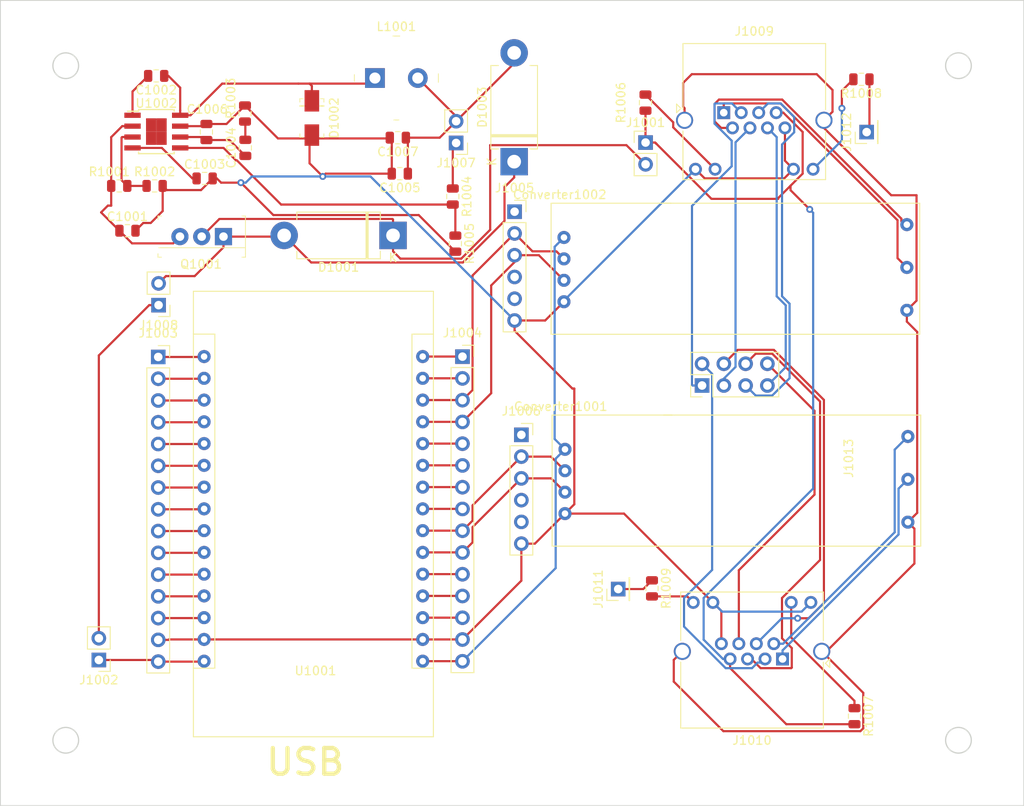
<source format=kicad_pcb>
(kicad_pcb (version 20171130) (host pcbnew "(5.1.5)-3")

  (general
    (thickness 1.6)
    (drawings 9)
    (tracks 424)
    (zones 0)
    (modules 38)
    (nets 69)
  )

  (page A4)
  (layers
    (0 F.Cu signal)
    (31 B.Cu signal)
    (32 B.Adhes user)
    (33 F.Adhes user)
    (34 B.Paste user)
    (35 F.Paste user)
    (36 B.SilkS user)
    (37 F.SilkS user)
    (38 B.Mask user)
    (39 F.Mask user)
    (40 Dwgs.User user)
    (41 Cmts.User user)
    (42 Eco1.User user)
    (43 Eco2.User user)
    (44 Edge.Cuts user)
    (45 Margin user)
    (46 B.CrtYd user)
    (47 F.CrtYd user)
    (48 B.Fab user)
    (49 F.Fab user)
  )

  (setup
    (last_trace_width 0.25)
    (trace_clearance 0.2)
    (zone_clearance 0.508)
    (zone_45_only no)
    (trace_min 0.2)
    (via_size 0.8)
    (via_drill 0.4)
    (via_min_size 0.4)
    (via_min_drill 0.3)
    (uvia_size 0.3)
    (uvia_drill 0.1)
    (uvias_allowed no)
    (uvia_min_size 0.2)
    (uvia_min_drill 0.1)
    (edge_width 0.1)
    (segment_width 0.2)
    (pcb_text_width 0.3)
    (pcb_text_size 1.5 1.5)
    (mod_edge_width 0.15)
    (mod_text_size 1 1)
    (mod_text_width 0.15)
    (pad_size 1.524 1.524)
    (pad_drill 0.762)
    (pad_to_mask_clearance 0)
    (aux_axis_origin 0 0)
    (visible_elements 7FFFFFFF)
    (pcbplotparams
      (layerselection 0x010fc_ffffffff)
      (usegerberextensions false)
      (usegerberattributes false)
      (usegerberadvancedattributes false)
      (creategerberjobfile false)
      (excludeedgelayer true)
      (linewidth 0.100000)
      (plotframeref false)
      (viasonmask false)
      (mode 1)
      (useauxorigin false)
      (hpglpennumber 1)
      (hpglpenspeed 20)
      (hpglpendiameter 15.000000)
      (psnegative false)
      (psa4output false)
      (plotreference true)
      (plotvalue true)
      (plotinvisibletext false)
      (padsonsilk false)
      (subtractmaskfromsilk false)
      (outputformat 1)
      (mirror false)
      (drillshape 1)
      (scaleselection 1)
      (outputdirectory ""))
  )

  (net 0 "")
  (net 1 GND)
  (net 2 "Net-(C1001-Pad1)")
  (net 3 "Net-(C1002-Pad2)")
  (net 4 "Net-(C1002-Pad1)")
  (net 5 "Net-(C1003-Pad1)")
  (net 6 "Net-(C1004-Pad2)")
  (net 7 "Net-(C1004-Pad1)")
  (net 8 "Net-(C1005-Pad1)")
  (net 9 3.3V)
  (net 10 TX2)
  (net 11 RX2)
  (net 12 A1)
  (net 13 B1)
  (net 14 Sheild)
  (net 15 TX0)
  (net 16 RX0)
  (net 17 A0)
  (net 18 B0)
  (net 19 "Net-(D1001-Pad2)")
  (net 20 "Net-(D1001-Pad1)")
  (net 21 EPower)
  (net 22 Vin)
  (net 23 "Net-(J1002-Pad1)")
  (net 24 "Net-(J1003-Pad13)")
  (net 25 "Net-(J1003-Pad12)")
  (net 26 "Net-(J1003-Pad11)")
  (net 27 "Net-(J1003-Pad10)")
  (net 28 "Net-(J1003-Pad9)")
  (net 29 "Net-(J1003-Pad8)")
  (net 30 "Net-(J1003-Pad7)")
  (net 31 "Net-(J1003-Pad6)")
  (net 32 "Net-(J1003-Pad5)")
  (net 33 "Net-(J1003-Pad4)")
  (net 34 "Net-(J1003-Pad3)")
  (net 35 "Net-(J1003-Pad2)")
  (net 36 "Net-(J1003-Pad1)")
  (net 37 "Net-(J1004-Pad13)")
  (net 38 "Net-(J1004-Pad12)")
  (net 39 "Net-(J1004-Pad11)")
  (net 40 "Net-(J1004-Pad8)")
  (net 41 "Net-(J1004-Pad7)")
  (net 42 "Net-(J1004-Pad6)")
  (net 43 "Net-(J1004-Pad5)")
  (net 44 "Net-(J1004-Pad2)")
  (net 45 "Net-(J1004-Pad1)")
  (net 46 "Net-(J1005-Pad5)")
  (net 47 "Net-(J1005-Pad4)")
  (net 48 "Net-(J1005-Pad1)")
  (net 49 "Net-(J1006-Pad5)")
  (net 50 "Net-(J1006-Pad4)")
  (net 51 "Net-(J1006-Pad1)")
  (net 52 "Net-(J1007-Pad1)")
  (net 53 "Net-(J1011-Pad1)")
  (net 54 "Net-(J1012-Pad1)")
  (net 55 "Net-(J1010-Pad6)")
  (net 56 "Net-(J1009-Pad6)")
  (net 57 "Net-(J1010-Pad5)")
  (net 58 "Net-(J1009-Pad5)")
  (net 59 "Net-(J1010-Pad4)")
  (net 60 "Net-(J1009-Pad4)")
  (net 61 "Net-(J1010-Pad3)")
  (net 62 "Net-(J1009-Pad3)")
  (net 63 "Net-(R1001-Pad2)")
  (net 64 "Net-(R1004-Pad2)")
  (net 65 "Net-(J1009-Pad10)")
  (net 66 "Net-(J1010-Pad10)")
  (net 67 "Net-(J1009-Pad12)")
  (net 68 "Net-(J1010-Pad12)")

  (net_class Default "This is the default net class."
    (clearance 0.2)
    (trace_width 0.25)
    (via_dia 0.8)
    (via_drill 0.4)
    (uvia_dia 0.3)
    (uvia_drill 0.1)
    (add_net 3.3V)
    (add_net A0)
    (add_net A1)
    (add_net B0)
    (add_net B1)
    (add_net EPower)
    (add_net GND)
    (add_net "Net-(C1001-Pad1)")
    (add_net "Net-(C1002-Pad1)")
    (add_net "Net-(C1002-Pad2)")
    (add_net "Net-(C1003-Pad1)")
    (add_net "Net-(C1004-Pad1)")
    (add_net "Net-(C1004-Pad2)")
    (add_net "Net-(C1005-Pad1)")
    (add_net "Net-(D1001-Pad1)")
    (add_net "Net-(D1001-Pad2)")
    (add_net "Net-(J1002-Pad1)")
    (add_net "Net-(J1003-Pad1)")
    (add_net "Net-(J1003-Pad10)")
    (add_net "Net-(J1003-Pad11)")
    (add_net "Net-(J1003-Pad12)")
    (add_net "Net-(J1003-Pad13)")
    (add_net "Net-(J1003-Pad2)")
    (add_net "Net-(J1003-Pad3)")
    (add_net "Net-(J1003-Pad4)")
    (add_net "Net-(J1003-Pad5)")
    (add_net "Net-(J1003-Pad6)")
    (add_net "Net-(J1003-Pad7)")
    (add_net "Net-(J1003-Pad8)")
    (add_net "Net-(J1003-Pad9)")
    (add_net "Net-(J1004-Pad1)")
    (add_net "Net-(J1004-Pad11)")
    (add_net "Net-(J1004-Pad12)")
    (add_net "Net-(J1004-Pad13)")
    (add_net "Net-(J1004-Pad2)")
    (add_net "Net-(J1004-Pad5)")
    (add_net "Net-(J1004-Pad6)")
    (add_net "Net-(J1004-Pad7)")
    (add_net "Net-(J1004-Pad8)")
    (add_net "Net-(J1005-Pad1)")
    (add_net "Net-(J1005-Pad4)")
    (add_net "Net-(J1005-Pad5)")
    (add_net "Net-(J1006-Pad1)")
    (add_net "Net-(J1006-Pad4)")
    (add_net "Net-(J1006-Pad5)")
    (add_net "Net-(J1007-Pad1)")
    (add_net "Net-(J1009-Pad10)")
    (add_net "Net-(J1009-Pad12)")
    (add_net "Net-(J1009-Pad3)")
    (add_net "Net-(J1009-Pad4)")
    (add_net "Net-(J1009-Pad5)")
    (add_net "Net-(J1009-Pad6)")
    (add_net "Net-(J1010-Pad10)")
    (add_net "Net-(J1010-Pad12)")
    (add_net "Net-(J1010-Pad3)")
    (add_net "Net-(J1010-Pad4)")
    (add_net "Net-(J1010-Pad5)")
    (add_net "Net-(J1010-Pad6)")
    (add_net "Net-(J1011-Pad1)")
    (add_net "Net-(J1012-Pad1)")
    (add_net "Net-(R1001-Pad2)")
    (add_net "Net-(R1004-Pad2)")
    (add_net RX0)
    (add_net RX2)
    (add_net Sheild)
    (add_net TX0)
    (add_net TX2)
    (add_net Vin)
  )

  (module digikey-footprints:DO-214AC (layer F.Cu) (tedit 5D288F0C) (tstamp 6121DA08)
    (at 87.13 87.38 270)
    (path /618C4239)
    (attr smd)
    (fp_text reference D1002 (at 0 -2.6 90) (layer F.SilkS)
      (effects (font (size 1 1) (thickness 0.15)))
    )
    (fp_text value B340A-13-F (at 0 2.45 90) (layer F.Fab)
      (effects (font (size 1 1) (thickness 0.15)))
    )
    (fp_line (start -2.15 -1.3) (end -2.15 1.3) (layer F.Fab) (width 0.1))
    (fp_line (start 2.15 -1.3) (end 2.15 1.3) (layer F.Fab) (width 0.1))
    (fp_line (start -2.15 -1.3) (end 2.15 -1.3) (layer F.Fab) (width 0.1))
    (fp_line (start -2.15 1.3) (end 2.15 1.3) (layer F.Fab) (width 0.1))
    (fp_text user %R (at 0.40894 0 90) (layer F.Fab)
      (effects (font (size 0.75 0.75) (thickness 0.075)))
    )
    (fp_line (start 2.25 -1.4) (end 2.25 -1) (layer F.SilkS) (width 0.1))
    (fp_line (start 2.25 -1.4) (end 1.85 -1.4) (layer F.SilkS) (width 0.1))
    (fp_line (start -2.25 -1.4) (end -1.85 -1.4) (layer F.SilkS) (width 0.1))
    (fp_line (start -2.25 -1.4) (end -2.25 -1) (layer F.SilkS) (width 0.1))
    (fp_line (start -2.25 1.4) (end -2.25 1) (layer F.SilkS) (width 0.1))
    (fp_line (start -2.25 1.4) (end -1.85 1.4) (layer F.SilkS) (width 0.1))
    (fp_line (start 2.25 1.4) (end 2.25 1) (layer F.SilkS) (width 0.1))
    (fp_line (start 2.25 1.4) (end 1.85 1.4) (layer F.SilkS) (width 0.1))
    (fp_line (start -3.5 -1.55) (end -3.5 1.55) (layer F.CrtYd) (width 0.05))
    (fp_line (start 3.5 -1.55) (end 3.5 1.55) (layer F.CrtYd) (width 0.05))
    (fp_line (start -3.5 -1.55) (end 3.5 -1.55) (layer F.CrtYd) (width 0.05))
    (fp_line (start -3.5 1.55) (end 3.5 1.55) (layer F.CrtYd) (width 0.05))
    (fp_line (start -1.36398 -1.39954) (end -1.44018 -1.39954) (layer F.SilkS) (width 0.1))
    (fp_line (start -1.36398 -0.93472) (end -1.36398 -1.39954) (layer F.SilkS) (width 0.1))
    (fp_line (start -1.44018 -0.93472) (end -1.36398 -0.93472) (layer F.SilkS) (width 0.1))
    (fp_line (start -1.44018 -1.39954) (end -1.44018 -0.93472) (layer F.SilkS) (width 0.1))
    (fp_line (start -1.36398 1.40208) (end -1.44018 1.40208) (layer F.SilkS) (width 0.1))
    (fp_line (start -1.36398 0.94234) (end -1.36398 1.40208) (layer F.SilkS) (width 0.1))
    (fp_line (start -1.44018 0.94234) (end -1.36398 0.94234) (layer F.SilkS) (width 0.1))
    (fp_line (start -1.44018 1.40208) (end -1.44018 0.94234) (layer F.SilkS) (width 0.1))
    (fp_line (start -1.36144 -1.30048) (end -1.44018 -1.30048) (layer F.Fab) (width 0.1))
    (fp_line (start -1.36398 1.30048) (end -1.36144 -1.30048) (layer F.Fab) (width 0.1))
    (fp_line (start -1.44018 1.30048) (end -1.36398 1.30048) (layer F.Fab) (width 0.1))
    (fp_line (start -1.44018 -1.30048) (end -1.44018 1.30048) (layer F.Fab) (width 0.1))
    (pad K smd rect (at -2 0 270) (size 2.5 1.7) (layers F.Cu F.Paste F.Mask)
      (net 4 "Net-(C1002-Pad1)"))
    (pad A smd rect (at 2 0 270) (size 2.5 1.7) (layers F.Cu F.Paste F.Mask)
      (net 1 GND))
  )

  (module Connector_PinHeader_2.54mm:PinHeader_1x01_P2.54mm_Vertical (layer F.Cu) (tedit 59FED5CC) (tstamp 612196AE)
    (at 151.85 89.03 90)
    (descr "Through hole straight pin header, 1x01, 2.54mm pitch, single row")
    (tags "Through hole pin header THT 1x01 2.54mm single row")
    (path /613E61A4)
    (fp_text reference J1012 (at 0 -2.33 90) (layer F.SilkS)
      (effects (font (size 1 1) (thickness 0.15)))
    )
    (fp_text value Conn_01x01_Female (at 0 2.33 90) (layer F.Fab)
      (effects (font (size 1 1) (thickness 0.15)))
    )
    (fp_text user %R (at 0 0) (layer F.Fab)
      (effects (font (size 1 1) (thickness 0.15)))
    )
    (fp_line (start 1.8 -1.8) (end -1.8 -1.8) (layer F.CrtYd) (width 0.05))
    (fp_line (start 1.8 1.8) (end 1.8 -1.8) (layer F.CrtYd) (width 0.05))
    (fp_line (start -1.8 1.8) (end 1.8 1.8) (layer F.CrtYd) (width 0.05))
    (fp_line (start -1.8 -1.8) (end -1.8 1.8) (layer F.CrtYd) (width 0.05))
    (fp_line (start -1.33 -1.33) (end 0 -1.33) (layer F.SilkS) (width 0.12))
    (fp_line (start -1.33 0) (end -1.33 -1.33) (layer F.SilkS) (width 0.12))
    (fp_line (start -1.33 1.27) (end 1.33 1.27) (layer F.SilkS) (width 0.12))
    (fp_line (start 1.33 1.27) (end 1.33 1.33) (layer F.SilkS) (width 0.12))
    (fp_line (start -1.33 1.27) (end -1.33 1.33) (layer F.SilkS) (width 0.12))
    (fp_line (start -1.33 1.33) (end 1.33 1.33) (layer F.SilkS) (width 0.12))
    (fp_line (start -1.27 -0.635) (end -0.635 -1.27) (layer F.Fab) (width 0.1))
    (fp_line (start -1.27 1.27) (end -1.27 -0.635) (layer F.Fab) (width 0.1))
    (fp_line (start 1.27 1.27) (end -1.27 1.27) (layer F.Fab) (width 0.1))
    (fp_line (start 1.27 -1.27) (end 1.27 1.27) (layer F.Fab) (width 0.1))
    (fp_line (start -0.635 -1.27) (end 1.27 -1.27) (layer F.Fab) (width 0.1))
    (pad 1 thru_hole rect (at 0 0 90) (size 1.7 1.7) (drill 1) (layers *.Cu *.Mask)
      (net 54 "Net-(J1012-Pad1)"))
    (model ${KISYS3DMOD}/Connector_PinHeader_2.54mm.3dshapes/PinHeader_1x01_P2.54mm_Vertical.wrl
      (at (xyz 0 0 0))
      (scale (xyz 1 1 1))
      (rotate (xyz 0 0 0))
    )
  )

  (module Connector_PinHeader_2.54mm:PinHeader_1x01_P2.54mm_Vertical (layer F.Cu) (tedit 59FED5CC) (tstamp 61219699)
    (at 122.87 142.37 90)
    (descr "Through hole straight pin header, 1x01, 2.54mm pitch, single row")
    (tags "Through hole pin header THT 1x01 2.54mm single row")
    (path /613F5C8E)
    (fp_text reference J1011 (at 0 -2.33 90) (layer F.SilkS)
      (effects (font (size 1 1) (thickness 0.15)))
    )
    (fp_text value Conn_01x01_Female (at 0 2.33 90) (layer F.Fab)
      (effects (font (size 1 1) (thickness 0.15)))
    )
    (fp_text user %R (at 0 0) (layer F.Fab)
      (effects (font (size 1 1) (thickness 0.15)))
    )
    (fp_line (start 1.8 -1.8) (end -1.8 -1.8) (layer F.CrtYd) (width 0.05))
    (fp_line (start 1.8 1.8) (end 1.8 -1.8) (layer F.CrtYd) (width 0.05))
    (fp_line (start -1.8 1.8) (end 1.8 1.8) (layer F.CrtYd) (width 0.05))
    (fp_line (start -1.8 -1.8) (end -1.8 1.8) (layer F.CrtYd) (width 0.05))
    (fp_line (start -1.33 -1.33) (end 0 -1.33) (layer F.SilkS) (width 0.12))
    (fp_line (start -1.33 0) (end -1.33 -1.33) (layer F.SilkS) (width 0.12))
    (fp_line (start -1.33 1.27) (end 1.33 1.27) (layer F.SilkS) (width 0.12))
    (fp_line (start 1.33 1.27) (end 1.33 1.33) (layer F.SilkS) (width 0.12))
    (fp_line (start -1.33 1.27) (end -1.33 1.33) (layer F.SilkS) (width 0.12))
    (fp_line (start -1.33 1.33) (end 1.33 1.33) (layer F.SilkS) (width 0.12))
    (fp_line (start -1.27 -0.635) (end -0.635 -1.27) (layer F.Fab) (width 0.1))
    (fp_line (start -1.27 1.27) (end -1.27 -0.635) (layer F.Fab) (width 0.1))
    (fp_line (start 1.27 1.27) (end -1.27 1.27) (layer F.Fab) (width 0.1))
    (fp_line (start 1.27 -1.27) (end 1.27 1.27) (layer F.Fab) (width 0.1))
    (fp_line (start -0.635 -1.27) (end 1.27 -1.27) (layer F.Fab) (width 0.1))
    (pad 1 thru_hole rect (at 0 0 90) (size 1.7 1.7) (drill 1) (layers *.Cu *.Mask)
      (net 53 "Net-(J1011-Pad1)"))
    (model ${KISYS3DMOD}/Connector_PinHeader_2.54mm.3dshapes/PinHeader_1x01_P2.54mm_Vertical.wrl
      (at (xyz 0 0 0))
      (scale (xyz 1 1 1))
      (rotate (xyz 0 0 0))
    )
  )

  (module Package_SO:TI_SO-PowerPAD-8 (layer F.Cu) (tedit 5A02F2D3) (tstamp 61214F43)
    (at 68.99 88.97)
    (descr "8-Lead Plastic PSOP, Exposed Die Pad (TI DDA0008B, see http://www.ti.com/lit/ds/symlink/lm3404.pdf)")
    (tags "SSOP 0.50 exposed pad")
    (path /6121705E)
    (attr smd)
    (fp_text reference U1002 (at 0 -3.3) (layer F.SilkS)
      (effects (font (size 1 1) (thickness 0.15)))
    )
    (fp_text value TPS54331 (at 0 3.4) (layer F.Fab)
      (effects (font (size 1 1) (thickness 0.15)))
    )
    (fp_text user %R (at 0 0) (layer F.Fab)
      (effects (font (size 1 1) (thickness 0.15)))
    )
    (fp_line (start -2.075 -2.375) (end -3.375 -2.375) (layer F.SilkS) (width 0.15))
    (fp_line (start -2.075 2.575) (end 2.075 2.575) (layer F.SilkS) (width 0.15))
    (fp_line (start -2.075 -2.575) (end 2.075 -2.575) (layer F.SilkS) (width 0.15))
    (fp_line (start -2.075 2.575) (end -2.075 2.375) (layer F.SilkS) (width 0.15))
    (fp_line (start 2.075 2.575) (end 2.075 2.375) (layer F.SilkS) (width 0.15))
    (fp_line (start 2.075 -2.575) (end 2.075 -2.375) (layer F.SilkS) (width 0.15))
    (fp_line (start -2.075 -2.575) (end -2.075 -2.375) (layer F.SilkS) (width 0.15))
    (fp_line (start -4 2.7) (end 4 2.7) (layer F.CrtYd) (width 0.05))
    (fp_line (start -4 -2.7) (end 4 -2.7) (layer F.CrtYd) (width 0.05))
    (fp_line (start 4 -2.7) (end 4 2.7) (layer F.CrtYd) (width 0.05))
    (fp_line (start -4 -2.7) (end -4 2.7) (layer F.CrtYd) (width 0.05))
    (fp_line (start -1.95 -1.45) (end -0.95 -2.45) (layer F.Fab) (width 0.15))
    (fp_line (start -1.95 2.45) (end -1.95 -1.45) (layer F.Fab) (width 0.15))
    (fp_line (start 1.95 2.45) (end -1.95 2.45) (layer F.Fab) (width 0.15))
    (fp_line (start 1.95 -2.45) (end 1.95 2.45) (layer F.Fab) (width 0.15))
    (fp_line (start -0.95 -2.45) (end 1.95 -2.45) (layer F.Fab) (width 0.15))
    (pad 9 smd rect (at -0.6025 -0.775) (size 1.205 1.55) (layers F.Cu F.Paste F.Mask)
      (solder_paste_margin_ratio -0.2))
    (pad 9 smd rect (at -0.6025 0.775) (size 1.205 1.55) (layers F.Cu F.Paste F.Mask)
      (solder_paste_margin_ratio -0.2))
    (pad 9 smd rect (at 0.6025 -0.775) (size 1.205 1.55) (layers F.Cu F.Paste F.Mask)
      (solder_paste_margin_ratio -0.2))
    (pad 9 smd rect (at 0.6025 0.775) (size 1.205 1.55) (layers F.Cu F.Paste F.Mask)
      (solder_paste_margin_ratio -0.2))
    (pad 8 smd rect (at 2.78 -1.905) (size 1.91 0.61) (layers F.Cu F.Paste F.Mask)
      (net 4 "Net-(C1002-Pad1)"))
    (pad 7 smd rect (at 2.78 -0.635) (size 1.91 0.61) (layers F.Cu F.Paste F.Mask)
      (net 1 GND))
    (pad 6 smd rect (at 2.78 0.635) (size 1.91 0.61) (layers F.Cu F.Paste F.Mask)
      (net 7 "Net-(C1004-Pad1)"))
    (pad 5 smd rect (at 2.78 1.905) (size 1.91 0.61) (layers F.Cu F.Paste F.Mask)
      (net 64 "Net-(R1004-Pad2)"))
    (pad 4 smd rect (at -2.78 1.905) (size 1.91 0.61) (layers F.Cu F.Paste F.Mask)
      (net 5 "Net-(C1003-Pad1)"))
    (pad 3 smd rect (at -2.78 0.635) (size 1.91 0.61) (layers F.Cu F.Paste F.Mask)
      (net 63 "Net-(R1001-Pad2)"))
    (pad 2 smd rect (at -2.78 -0.635) (size 1.91 0.61) (layers F.Cu F.Paste F.Mask)
      (net 2 "Net-(C1001-Pad1)"))
    (pad 1 smd rect (at -2.78 -1.905) (size 1.91 0.61) (layers F.Cu F.Paste F.Mask)
      (net 3 "Net-(C1002-Pad2)"))
    (model ${KISYS3DMOD}/Package_SO.3dshapes/TI_SO-PowerPAD-8.wrl
      (at (xyz 0 0 0))
      (scale (xyz 1 1 1))
      (rotate (xyz 0 0 0))
    )
  )

  (module CI_ComPCB:ESP32s (layer F.Cu) (tedit 611AD2AA) (tstamp 61214F22)
    (at 73.31 107.61)
    (path /61536F0E)
    (fp_text reference U1001 (at 14.25 44.3) (layer F.SilkS)
      (effects (font (size 1 1) (thickness 0.15)))
    )
    (fp_text value ESP32s (at 14.25 43.3) (layer F.Fab)
      (effects (font (size 1 1) (thickness 0.15)))
    )
    (fp_line (start 25.5 5) (end 25.5 44) (layer F.SilkS) (width 0.12))
    (fp_line (start 25.5 44) (end 28 44) (layer F.SilkS) (width 0.12))
    (fp_line (start 28 5) (end 25.5 5) (layer F.SilkS) (width 0.12))
    (fp_line (start 0 5) (end 2.5 5) (layer F.SilkS) (width 0.12))
    (fp_line (start 2.5 5) (end 2.5 44) (layer F.SilkS) (width 0.12))
    (fp_line (start 2.5 44) (end 0 44) (layer F.SilkS) (width 0.12))
    (fp_line (start 0 0) (end 28 0) (layer F.SilkS) (width 0.12))
    (fp_line (start 28 52) (end 28 0) (layer F.SilkS) (width 0.12))
    (fp_line (start 0 0) (end 0 52) (layer F.SilkS) (width 0.12))
    (fp_line (start 0 52) (end 28 52) (layer F.SilkS) (width 0.12))
    (pad EN thru_hole circle (at 1.25 7.62) (size 1.524 1.524) (drill 0.762) (layers *.Cu *.Mask)
      (net 36 "Net-(J1003-Pad1)"))
    (pad VP thru_hole circle (at 1.25 10.16) (size 1.524 1.524) (drill 0.762) (layers *.Cu *.Mask)
      (net 35 "Net-(J1003-Pad2)"))
    (pad VN thru_hole circle (at 1.25 12.7) (size 1.524 1.524) (drill 0.762) (layers *.Cu *.Mask)
      (net 34 "Net-(J1003-Pad3)"))
    (pad D34 thru_hole circle (at 1.25 15.24) (size 1.524 1.524) (drill 0.762) (layers *.Cu *.Mask)
      (net 33 "Net-(J1003-Pad4)"))
    (pad D35 thru_hole circle (at 1.25 17.78) (size 1.524 1.524) (drill 0.762) (layers *.Cu *.Mask)
      (net 32 "Net-(J1003-Pad5)"))
    (pad D32 thru_hole circle (at 1.25 20.32) (size 1.524 1.524) (drill 0.762) (layers *.Cu *.Mask)
      (net 31 "Net-(J1003-Pad6)"))
    (pad D33 thru_hole circle (at 1.25 22.86) (size 1.524 1.524) (drill 0.762) (layers *.Cu *.Mask)
      (net 30 "Net-(J1003-Pad7)"))
    (pad D25 thru_hole circle (at 1.25 25.4) (size 1.524 1.524) (drill 0.762) (layers *.Cu *.Mask)
      (net 29 "Net-(J1003-Pad8)"))
    (pad D26 thru_hole circle (at 1.25 27.94) (size 1.524 1.524) (drill 0.762) (layers *.Cu *.Mask)
      (net 28 "Net-(J1003-Pad9)"))
    (pad D27 thru_hole circle (at 1.25 30.48) (size 1.524 1.524) (drill 0.762) (layers *.Cu *.Mask)
      (net 27 "Net-(J1003-Pad10)"))
    (pad D14 thru_hole circle (at 1.25 33.02) (size 1.524 1.524) (drill 0.762) (layers *.Cu *.Mask)
      (net 26 "Net-(J1003-Pad11)"))
    (pad D12 thru_hole circle (at 1.25 35.56) (size 1.524 1.524) (drill 0.762) (layers *.Cu *.Mask)
      (net 25 "Net-(J1003-Pad12)"))
    (pad D13 thru_hole circle (at 1.25 38.1) (size 1.524 1.524) (drill 0.762) (layers *.Cu *.Mask)
      (net 24 "Net-(J1003-Pad13)"))
    (pad GND thru_hole circle (at 1.25 40.64) (size 1.524 1.524) (drill 0.762) (layers *.Cu *.Mask)
      (net 1 GND))
    (pad Vin thru_hole circle (at 1.25 43.18) (size 1.524 1.524) (drill 0.762) (layers *.Cu *.Mask)
      (net 23 "Net-(J1002-Pad1)"))
    (pad D23 thru_hole circle (at 26.75 7.62) (size 1.524 1.524) (drill 0.762) (layers *.Cu *.Mask)
      (net 45 "Net-(J1004-Pad1)"))
    (pad D22 thru_hole circle (at 26.75 10.16) (size 1.524 1.524) (drill 0.762) (layers *.Cu *.Mask)
      (net 44 "Net-(J1004-Pad2)"))
    (pad TX0 thru_hole circle (at 26.75 12.7) (size 1.524 1.524) (drill 0.762) (layers *.Cu *.Mask)
      (net 15 TX0))
    (pad RX0 thru_hole circle (at 26.75 15.24) (size 1.524 1.524) (drill 0.762) (layers *.Cu *.Mask)
      (net 16 RX0))
    (pad D21 thru_hole circle (at 26.75 17.78) (size 1.524 1.524) (drill 0.762) (layers *.Cu *.Mask)
      (net 43 "Net-(J1004-Pad5)"))
    (pad D19 thru_hole circle (at 26.75 20.32) (size 1.524 1.524) (drill 0.762) (layers *.Cu *.Mask)
      (net 42 "Net-(J1004-Pad6)"))
    (pad D18 thru_hole circle (at 26.75 22.86) (size 1.524 1.524) (drill 0.762) (layers *.Cu *.Mask)
      (net 41 "Net-(J1004-Pad7)"))
    (pad D5 thru_hole circle (at 26.75 25.4) (size 1.524 1.524) (drill 0.762) (layers *.Cu *.Mask)
      (net 40 "Net-(J1004-Pad8)"))
    (pad TX2 thru_hole circle (at 26.75 27.94) (size 1.524 1.524) (drill 0.762) (layers *.Cu *.Mask)
      (net 10 TX2))
    (pad RX2 thru_hole circle (at 26.75 30.48) (size 1.524 1.524) (drill 0.762) (layers *.Cu *.Mask)
      (net 11 RX2))
    (pad D4 thru_hole circle (at 26.75 33.02) (size 1.524 1.524) (drill 0.762) (layers *.Cu *.Mask)
      (net 39 "Net-(J1004-Pad11)"))
    (pad D2 thru_hole circle (at 26.75 35.56) (size 1.524 1.524) (drill 0.762) (layers *.Cu *.Mask)
      (net 38 "Net-(J1004-Pad12)"))
    (pad D15 thru_hole circle (at 26.75 38.1) (size 1.524 1.524) (drill 0.762) (layers *.Cu *.Mask)
      (net 37 "Net-(J1004-Pad13)"))
    (pad GND thru_hole circle (at 26.75 40.64) (size 1.524 1.524) (drill 0.762) (layers *.Cu *.Mask)
      (net 1 GND))
    (pad 3V3 thru_hole circle (at 26.75 43.18) (size 1.524 1.524) (drill 0.762) (layers *.Cu *.Mask)
      (net 9 3.3V))
  )

  (module Resistor_SMD:R_0805_2012Metric (layer F.Cu) (tedit 5B36C52B) (tstamp 61214EF6)
    (at 126.81 142.29 270)
    (descr "Resistor SMD 0805 (2012 Metric), square (rectangular) end terminal, IPC_7351 nominal, (Body size source: https://docs.google.com/spreadsheets/d/1BsfQQcO9C6DZCsRaXUlFlo91Tg2WpOkGARC1WS5S8t0/edit?usp=sharing), generated with kicad-footprint-generator")
    (tags resistor)
    (path /613F5C84)
    (attr smd)
    (fp_text reference R1009 (at 0 -1.65 90) (layer F.SilkS)
      (effects (font (size 1 1) (thickness 0.15)))
    )
    (fp_text value 330 (at 0 1.65 90) (layer F.Fab)
      (effects (font (size 1 1) (thickness 0.15)))
    )
    (fp_text user %R (at 0 0 90) (layer F.Fab)
      (effects (font (size 0.5 0.5) (thickness 0.08)))
    )
    (fp_line (start 1.68 0.95) (end -1.68 0.95) (layer F.CrtYd) (width 0.05))
    (fp_line (start 1.68 -0.95) (end 1.68 0.95) (layer F.CrtYd) (width 0.05))
    (fp_line (start -1.68 -0.95) (end 1.68 -0.95) (layer F.CrtYd) (width 0.05))
    (fp_line (start -1.68 0.95) (end -1.68 -0.95) (layer F.CrtYd) (width 0.05))
    (fp_line (start -0.258578 0.71) (end 0.258578 0.71) (layer F.SilkS) (width 0.12))
    (fp_line (start -0.258578 -0.71) (end 0.258578 -0.71) (layer F.SilkS) (width 0.12))
    (fp_line (start 1 0.6) (end -1 0.6) (layer F.Fab) (width 0.1))
    (fp_line (start 1 -0.6) (end 1 0.6) (layer F.Fab) (width 0.1))
    (fp_line (start -1 -0.6) (end 1 -0.6) (layer F.Fab) (width 0.1))
    (fp_line (start -1 0.6) (end -1 -0.6) (layer F.Fab) (width 0.1))
    (pad 2 smd roundrect (at 0.9375 0 270) (size 0.975 1.4) (layers F.Cu F.Paste F.Mask) (roundrect_rratio 0.25)
      (net 68 "Net-(J1010-Pad12)"))
    (pad 1 smd roundrect (at -0.9375 0 270) (size 0.975 1.4) (layers F.Cu F.Paste F.Mask) (roundrect_rratio 0.25)
      (net 53 "Net-(J1011-Pad1)"))
    (model ${KISYS3DMOD}/Resistor_SMD.3dshapes/R_0805_2012Metric.wrl
      (at (xyz 0 0 0))
      (scale (xyz 1 1 1))
      (rotate (xyz 0 0 0))
    )
  )

  (module Resistor_SMD:R_0805_2012Metric (layer F.Cu) (tedit 5B36C52B) (tstamp 61214EE5)
    (at 151.24 82.8675 180)
    (descr "Resistor SMD 0805 (2012 Metric), square (rectangular) end terminal, IPC_7351 nominal, (Body size source: https://docs.google.com/spreadsheets/d/1BsfQQcO9C6DZCsRaXUlFlo91Tg2WpOkGARC1WS5S8t0/edit?usp=sharing), generated with kicad-footprint-generator")
    (tags resistor)
    (path /613DD4F6)
    (attr smd)
    (fp_text reference R1008 (at 0 -1.65) (layer F.SilkS)
      (effects (font (size 1 1) (thickness 0.15)))
    )
    (fp_text value 330 (at 0 1.65) (layer F.Fab)
      (effects (font (size 1 1) (thickness 0.15)))
    )
    (fp_text user %R (at 0 0) (layer F.Fab)
      (effects (font (size 0.5 0.5) (thickness 0.08)))
    )
    (fp_line (start 1.68 0.95) (end -1.68 0.95) (layer F.CrtYd) (width 0.05))
    (fp_line (start 1.68 -0.95) (end 1.68 0.95) (layer F.CrtYd) (width 0.05))
    (fp_line (start -1.68 -0.95) (end 1.68 -0.95) (layer F.CrtYd) (width 0.05))
    (fp_line (start -1.68 0.95) (end -1.68 -0.95) (layer F.CrtYd) (width 0.05))
    (fp_line (start -0.258578 0.71) (end 0.258578 0.71) (layer F.SilkS) (width 0.12))
    (fp_line (start -0.258578 -0.71) (end 0.258578 -0.71) (layer F.SilkS) (width 0.12))
    (fp_line (start 1 0.6) (end -1 0.6) (layer F.Fab) (width 0.1))
    (fp_line (start 1 -0.6) (end 1 0.6) (layer F.Fab) (width 0.1))
    (fp_line (start -1 -0.6) (end 1 -0.6) (layer F.Fab) (width 0.1))
    (fp_line (start -1 0.6) (end -1 -0.6) (layer F.Fab) (width 0.1))
    (pad 2 smd roundrect (at 0.9375 0 180) (size 0.975 1.4) (layers F.Cu F.Paste F.Mask) (roundrect_rratio 0.25)
      (net 67 "Net-(J1009-Pad12)"))
    (pad 1 smd roundrect (at -0.9375 0 180) (size 0.975 1.4) (layers F.Cu F.Paste F.Mask) (roundrect_rratio 0.25)
      (net 54 "Net-(J1012-Pad1)"))
    (model ${KISYS3DMOD}/Resistor_SMD.3dshapes/R_0805_2012Metric.wrl
      (at (xyz 0 0 0))
      (scale (xyz 1 1 1))
      (rotate (xyz 0 0 0))
    )
  )

  (module Resistor_SMD:R_0805_2012Metric (layer F.Cu) (tedit 5B36C52B) (tstamp 61214ED4)
    (at 150.43 157.21 270)
    (descr "Resistor SMD 0805 (2012 Metric), square (rectangular) end terminal, IPC_7351 nominal, (Body size source: https://docs.google.com/spreadsheets/d/1BsfQQcO9C6DZCsRaXUlFlo91Tg2WpOkGARC1WS5S8t0/edit?usp=sharing), generated with kicad-footprint-generator")
    (tags resistor)
    (path /613C36A8)
    (attr smd)
    (fp_text reference R1007 (at 0 -1.65 90) (layer F.SilkS)
      (effects (font (size 1 1) (thickness 0.15)))
    )
    (fp_text value 330 (at 0 1.65 90) (layer F.Fab)
      (effects (font (size 1 1) (thickness 0.15)))
    )
    (fp_text user %R (at 0 0 90) (layer F.Fab)
      (effects (font (size 0.5 0.5) (thickness 0.08)))
    )
    (fp_line (start 1.68 0.95) (end -1.68 0.95) (layer F.CrtYd) (width 0.05))
    (fp_line (start 1.68 -0.95) (end 1.68 0.95) (layer F.CrtYd) (width 0.05))
    (fp_line (start -1.68 -0.95) (end 1.68 -0.95) (layer F.CrtYd) (width 0.05))
    (fp_line (start -1.68 0.95) (end -1.68 -0.95) (layer F.CrtYd) (width 0.05))
    (fp_line (start -0.258578 0.71) (end 0.258578 0.71) (layer F.SilkS) (width 0.12))
    (fp_line (start -0.258578 -0.71) (end 0.258578 -0.71) (layer F.SilkS) (width 0.12))
    (fp_line (start 1 0.6) (end -1 0.6) (layer F.Fab) (width 0.1))
    (fp_line (start 1 -0.6) (end 1 0.6) (layer F.Fab) (width 0.1))
    (fp_line (start -1 -0.6) (end 1 -0.6) (layer F.Fab) (width 0.1))
    (fp_line (start -1 0.6) (end -1 -0.6) (layer F.Fab) (width 0.1))
    (pad 2 smd roundrect (at 0.9375 0 270) (size 0.975 1.4) (layers F.Cu F.Paste F.Mask) (roundrect_rratio 0.25)
      (net 21 EPower))
    (pad 1 smd roundrect (at -0.9375 0 270) (size 0.975 1.4) (layers F.Cu F.Paste F.Mask) (roundrect_rratio 0.25)
      (net 66 "Net-(J1010-Pad10)"))
    (model ${KISYS3DMOD}/Resistor_SMD.3dshapes/R_0805_2012Metric.wrl
      (at (xyz 0 0 0))
      (scale (xyz 1 1 1))
      (rotate (xyz 0 0 0))
    )
  )

  (module Resistor_SMD:R_0805_2012Metric (layer F.Cu) (tedit 5B36C52B) (tstamp 61214EC3)
    (at 126.05 85.59 270)
    (descr "Resistor SMD 0805 (2012 Metric), square (rectangular) end terminal, IPC_7351 nominal, (Body size source: https://docs.google.com/spreadsheets/d/1BsfQQcO9C6DZCsRaXUlFlo91Tg2WpOkGARC1WS5S8t0/edit?usp=sharing), generated with kicad-footprint-generator")
    (tags resistor)
    (path /613963E8)
    (attr smd)
    (fp_text reference R1006 (at 0 2.86 90) (layer F.SilkS)
      (effects (font (size 1 1) (thickness 0.15)))
    )
    (fp_text value 330 (at 0 1.65 90) (layer F.Fab)
      (effects (font (size 1 1) (thickness 0.15)))
    )
    (fp_text user %R (at 0 0 90) (layer F.Fab)
      (effects (font (size 0.5 0.5) (thickness 0.08)))
    )
    (fp_line (start 1.68 0.95) (end -1.68 0.95) (layer F.CrtYd) (width 0.05))
    (fp_line (start 1.68 -0.95) (end 1.68 0.95) (layer F.CrtYd) (width 0.05))
    (fp_line (start -1.68 -0.95) (end 1.68 -0.95) (layer F.CrtYd) (width 0.05))
    (fp_line (start -1.68 0.95) (end -1.68 -0.95) (layer F.CrtYd) (width 0.05))
    (fp_line (start -0.258578 0.71) (end 0.258578 0.71) (layer F.SilkS) (width 0.12))
    (fp_line (start -0.258578 -0.71) (end 0.258578 -0.71) (layer F.SilkS) (width 0.12))
    (fp_line (start 1 0.6) (end -1 0.6) (layer F.Fab) (width 0.1))
    (fp_line (start 1 -0.6) (end 1 0.6) (layer F.Fab) (width 0.1))
    (fp_line (start -1 -0.6) (end 1 -0.6) (layer F.Fab) (width 0.1))
    (fp_line (start -1 0.6) (end -1 -0.6) (layer F.Fab) (width 0.1))
    (pad 2 smd roundrect (at 0.9375 0 270) (size 0.975 1.4) (layers F.Cu F.Paste F.Mask) (roundrect_rratio 0.25)
      (net 21 EPower))
    (pad 1 smd roundrect (at -0.9375 0 270) (size 0.975 1.4) (layers F.Cu F.Paste F.Mask) (roundrect_rratio 0.25)
      (net 65 "Net-(J1009-Pad10)"))
    (model ${KISYS3DMOD}/Resistor_SMD.3dshapes/R_0805_2012Metric.wrl
      (at (xyz 0 0 0))
      (scale (xyz 1 1 1))
      (rotate (xyz 0 0 0))
    )
  )

  (module Resistor_SMD:R_0805_2012Metric (layer F.Cu) (tedit 5B36C52B) (tstamp 61214EB2)
    (at 103.87 102.05 270)
    (descr "Resistor SMD 0805 (2012 Metric), square (rectangular) end terminal, IPC_7351 nominal, (Body size source: https://docs.google.com/spreadsheets/d/1BsfQQcO9C6DZCsRaXUlFlo91Tg2WpOkGARC1WS5S8t0/edit?usp=sharing), generated with kicad-footprint-generator")
    (tags resistor)
    (path /61359B9C)
    (attr smd)
    (fp_text reference R1005 (at 0 -1.65 90) (layer F.SilkS)
      (effects (font (size 1 1) (thickness 0.15)))
    )
    (fp_text value 1.91k (at 0 1.65 90) (layer F.Fab)
      (effects (font (size 1 1) (thickness 0.15)))
    )
    (fp_text user %R (at 0 0 90) (layer F.Fab)
      (effects (font (size 0.5 0.5) (thickness 0.08)))
    )
    (fp_line (start 1.68 0.95) (end -1.68 0.95) (layer F.CrtYd) (width 0.05))
    (fp_line (start 1.68 -0.95) (end 1.68 0.95) (layer F.CrtYd) (width 0.05))
    (fp_line (start -1.68 -0.95) (end 1.68 -0.95) (layer F.CrtYd) (width 0.05))
    (fp_line (start -1.68 0.95) (end -1.68 -0.95) (layer F.CrtYd) (width 0.05))
    (fp_line (start -0.258578 0.71) (end 0.258578 0.71) (layer F.SilkS) (width 0.12))
    (fp_line (start -0.258578 -0.71) (end 0.258578 -0.71) (layer F.SilkS) (width 0.12))
    (fp_line (start 1 0.6) (end -1 0.6) (layer F.Fab) (width 0.1))
    (fp_line (start 1 -0.6) (end 1 0.6) (layer F.Fab) (width 0.1))
    (fp_line (start -1 -0.6) (end 1 -0.6) (layer F.Fab) (width 0.1))
    (fp_line (start -1 0.6) (end -1 -0.6) (layer F.Fab) (width 0.1))
    (pad 2 smd roundrect (at 0.9375 0 270) (size 0.975 1.4) (layers F.Cu F.Paste F.Mask) (roundrect_rratio 0.25)
      (net 1 GND))
    (pad 1 smd roundrect (at -0.9375 0 270) (size 0.975 1.4) (layers F.Cu F.Paste F.Mask) (roundrect_rratio 0.25)
      (net 64 "Net-(R1004-Pad2)"))
    (model ${KISYS3DMOD}/Resistor_SMD.3dshapes/R_0805_2012Metric.wrl
      (at (xyz 0 0 0))
      (scale (xyz 1 1 1))
      (rotate (xyz 0 0 0))
    )
  )

  (module Resistor_SMD:R_0805_2012Metric (layer F.Cu) (tedit 5B36C52B) (tstamp 61214EA1)
    (at 103.57 96.55 270)
    (descr "Resistor SMD 0805 (2012 Metric), square (rectangular) end terminal, IPC_7351 nominal, (Body size source: https://docs.google.com/spreadsheets/d/1BsfQQcO9C6DZCsRaXUlFlo91Tg2WpOkGARC1WS5S8t0/edit?usp=sharing), generated with kicad-footprint-generator")
    (tags resistor)
    (path /61358A93)
    (attr smd)
    (fp_text reference R1004 (at 0 -1.65 90) (layer F.SilkS)
      (effects (font (size 1 1) (thickness 0.15)))
    )
    (fp_text value 10k (at 0 1.65 90) (layer F.Fab)
      (effects (font (size 1 1) (thickness 0.15)))
    )
    (fp_text user %R (at 0 0 90) (layer F.Fab)
      (effects (font (size 0.5 0.5) (thickness 0.08)))
    )
    (fp_line (start 1.68 0.95) (end -1.68 0.95) (layer F.CrtYd) (width 0.05))
    (fp_line (start 1.68 -0.95) (end 1.68 0.95) (layer F.CrtYd) (width 0.05))
    (fp_line (start -1.68 -0.95) (end 1.68 -0.95) (layer F.CrtYd) (width 0.05))
    (fp_line (start -1.68 0.95) (end -1.68 -0.95) (layer F.CrtYd) (width 0.05))
    (fp_line (start -0.258578 0.71) (end 0.258578 0.71) (layer F.SilkS) (width 0.12))
    (fp_line (start -0.258578 -0.71) (end 0.258578 -0.71) (layer F.SilkS) (width 0.12))
    (fp_line (start 1 0.6) (end -1 0.6) (layer F.Fab) (width 0.1))
    (fp_line (start 1 -0.6) (end 1 0.6) (layer F.Fab) (width 0.1))
    (fp_line (start -1 -0.6) (end 1 -0.6) (layer F.Fab) (width 0.1))
    (fp_line (start -1 0.6) (end -1 -0.6) (layer F.Fab) (width 0.1))
    (pad 2 smd roundrect (at 0.9375 0 270) (size 0.975 1.4) (layers F.Cu F.Paste F.Mask) (roundrect_rratio 0.25)
      (net 64 "Net-(R1004-Pad2)"))
    (pad 1 smd roundrect (at -0.9375 0 270) (size 0.975 1.4) (layers F.Cu F.Paste F.Mask) (roundrect_rratio 0.25)
      (net 52 "Net-(J1007-Pad1)"))
    (model ${KISYS3DMOD}/Resistor_SMD.3dshapes/R_0805_2012Metric.wrl
      (at (xyz 0 0 0))
      (scale (xyz 1 1 1))
      (rotate (xyz 0 0 0))
    )
  )

  (module Resistor_SMD:R_0805_2012Metric (layer F.Cu) (tedit 5B36C52B) (tstamp 61214E90)
    (at 79.33 86.86 90)
    (descr "Resistor SMD 0805 (2012 Metric), square (rectangular) end terminal, IPC_7351 nominal, (Body size source: https://docs.google.com/spreadsheets/d/1BsfQQcO9C6DZCsRaXUlFlo91Tg2WpOkGARC1WS5S8t0/edit?usp=sharing), generated with kicad-footprint-generator")
    (tags resistor)
    (path /6134797A)
    (attr smd)
    (fp_text reference R1003 (at 1.77 -1.65 90) (layer F.SilkS)
      (effects (font (size 1 1) (thickness 0.15)))
    )
    (fp_text value 44.9K (at 0 1.65 90) (layer F.Fab)
      (effects (font (size 1 1) (thickness 0.15)))
    )
    (fp_text user %R (at 0 0 90) (layer F.Fab)
      (effects (font (size 0.5 0.5) (thickness 0.08)))
    )
    (fp_line (start 1.68 0.95) (end -1.68 0.95) (layer F.CrtYd) (width 0.05))
    (fp_line (start 1.68 -0.95) (end 1.68 0.95) (layer F.CrtYd) (width 0.05))
    (fp_line (start -1.68 -0.95) (end 1.68 -0.95) (layer F.CrtYd) (width 0.05))
    (fp_line (start -1.68 0.95) (end -1.68 -0.95) (layer F.CrtYd) (width 0.05))
    (fp_line (start -0.258578 0.71) (end 0.258578 0.71) (layer F.SilkS) (width 0.12))
    (fp_line (start -0.258578 -0.71) (end 0.258578 -0.71) (layer F.SilkS) (width 0.12))
    (fp_line (start 1 0.6) (end -1 0.6) (layer F.Fab) (width 0.1))
    (fp_line (start 1 -0.6) (end 1 0.6) (layer F.Fab) (width 0.1))
    (fp_line (start -1 -0.6) (end 1 -0.6) (layer F.Fab) (width 0.1))
    (fp_line (start -1 0.6) (end -1 -0.6) (layer F.Fab) (width 0.1))
    (pad 2 smd roundrect (at 0.9375 0 90) (size 0.975 1.4) (layers F.Cu F.Paste F.Mask) (roundrect_rratio 0.25)
      (net 1 GND))
    (pad 1 smd roundrect (at -0.9375 0 90) (size 0.975 1.4) (layers F.Cu F.Paste F.Mask) (roundrect_rratio 0.25)
      (net 6 "Net-(C1004-Pad2)"))
    (model ${KISYS3DMOD}/Resistor_SMD.3dshapes/R_0805_2012Metric.wrl
      (at (xyz 0 0 0))
      (scale (xyz 1 1 1))
      (rotate (xyz 0 0 0))
    )
  )

  (module Resistor_SMD:R_0805_2012Metric (layer F.Cu) (tedit 5B36C52B) (tstamp 61214E7F)
    (at 68.79 95.31)
    (descr "Resistor SMD 0805 (2012 Metric), square (rectangular) end terminal, IPC_7351 nominal, (Body size source: https://docs.google.com/spreadsheets/d/1BsfQQcO9C6DZCsRaXUlFlo91Tg2WpOkGARC1WS5S8t0/edit?usp=sharing), generated with kicad-footprint-generator")
    (tags resistor)
    (path /6140DD86)
    (attr smd)
    (fp_text reference R1002 (at 0 -1.65) (layer F.SilkS)
      (effects (font (size 1 1) (thickness 0.15)))
    )
    (fp_text value 68.1k (at 0 1.65) (layer F.Fab)
      (effects (font (size 1 1) (thickness 0.15)))
    )
    (fp_text user %R (at 0 0) (layer F.Fab)
      (effects (font (size 0.5 0.5) (thickness 0.08)))
    )
    (fp_line (start 1.68 0.95) (end -1.68 0.95) (layer F.CrtYd) (width 0.05))
    (fp_line (start 1.68 -0.95) (end 1.68 0.95) (layer F.CrtYd) (width 0.05))
    (fp_line (start -1.68 -0.95) (end 1.68 -0.95) (layer F.CrtYd) (width 0.05))
    (fp_line (start -1.68 0.95) (end -1.68 -0.95) (layer F.CrtYd) (width 0.05))
    (fp_line (start -0.258578 0.71) (end 0.258578 0.71) (layer F.SilkS) (width 0.12))
    (fp_line (start -0.258578 -0.71) (end 0.258578 -0.71) (layer F.SilkS) (width 0.12))
    (fp_line (start 1 0.6) (end -1 0.6) (layer F.Fab) (width 0.1))
    (fp_line (start 1 -0.6) (end 1 0.6) (layer F.Fab) (width 0.1))
    (fp_line (start -1 -0.6) (end 1 -0.6) (layer F.Fab) (width 0.1))
    (fp_line (start -1 0.6) (end -1 -0.6) (layer F.Fab) (width 0.1))
    (pad 2 smd roundrect (at 0.9375 0) (size 0.975 1.4) (layers F.Cu F.Paste F.Mask) (roundrect_rratio 0.25)
      (net 1 GND))
    (pad 1 smd roundrect (at -0.9375 0) (size 0.975 1.4) (layers F.Cu F.Paste F.Mask) (roundrect_rratio 0.25)
      (net 63 "Net-(R1001-Pad2)"))
    (model ${KISYS3DMOD}/Resistor_SMD.3dshapes/R_0805_2012Metric.wrl
      (at (xyz 0 0 0))
      (scale (xyz 1 1 1))
      (rotate (xyz 0 0 0))
    )
  )

  (module Resistor_SMD:R_0805_2012Metric (layer F.Cu) (tedit 5B36C52B) (tstamp 61214E6E)
    (at 64.66 95.31)
    (descr "Resistor SMD 0805 (2012 Metric), square (rectangular) end terminal, IPC_7351 nominal, (Body size source: https://docs.google.com/spreadsheets/d/1BsfQQcO9C6DZCsRaXUlFlo91Tg2WpOkGARC1WS5S8t0/edit?usp=sharing), generated with kicad-footprint-generator")
    (tags resistor)
    (path /6140D70E)
    (attr smd)
    (fp_text reference R1001 (at -1.16 -1.65) (layer F.SilkS)
      (effects (font (size 1 1) (thickness 0.15)))
    )
    (fp_text value 332k (at 0 1.65) (layer F.Fab)
      (effects (font (size 1 1) (thickness 0.15)))
    )
    (fp_text user %R (at 0 0) (layer F.Fab)
      (effects (font (size 0.5 0.5) (thickness 0.08)))
    )
    (fp_line (start 1.68 0.95) (end -1.68 0.95) (layer F.CrtYd) (width 0.05))
    (fp_line (start 1.68 -0.95) (end 1.68 0.95) (layer F.CrtYd) (width 0.05))
    (fp_line (start -1.68 -0.95) (end 1.68 -0.95) (layer F.CrtYd) (width 0.05))
    (fp_line (start -1.68 0.95) (end -1.68 -0.95) (layer F.CrtYd) (width 0.05))
    (fp_line (start -0.258578 0.71) (end 0.258578 0.71) (layer F.SilkS) (width 0.12))
    (fp_line (start -0.258578 -0.71) (end 0.258578 -0.71) (layer F.SilkS) (width 0.12))
    (fp_line (start 1 0.6) (end -1 0.6) (layer F.Fab) (width 0.1))
    (fp_line (start 1 -0.6) (end 1 0.6) (layer F.Fab) (width 0.1))
    (fp_line (start -1 -0.6) (end 1 -0.6) (layer F.Fab) (width 0.1))
    (fp_line (start -1 0.6) (end -1 -0.6) (layer F.Fab) (width 0.1))
    (pad 2 smd roundrect (at 0.9375 0) (size 0.975 1.4) (layers F.Cu F.Paste F.Mask) (roundrect_rratio 0.25)
      (net 63 "Net-(R1001-Pad2)"))
    (pad 1 smd roundrect (at -0.9375 0) (size 0.975 1.4) (layers F.Cu F.Paste F.Mask) (roundrect_rratio 0.25)
      (net 2 "Net-(C1001-Pad1)"))
    (model ${KISYS3DMOD}/Resistor_SMD.3dshapes/R_0805_2012Metric.wrl
      (at (xyz 0 0 0))
      (scale (xyz 1 1 1))
      (rotate (xyz 0 0 0))
    )
  )

  (module digikey-footprints:TO-220-3 (layer F.Cu) (tedit 5AFA02CB) (tstamp 61214E5D)
    (at 76.82 101.23 180)
    (descr http://www.st.com/content/ccc/resource/technical/document/datasheet/f9/ed/f5/44/26/b9/43/a4/CD00000911.pdf/files/CD00000911.pdf/jcr:content/translations/en.CD00000911.pdf)
    (path /6115BA07)
    (fp_text reference Q1001 (at 2.62 -3.22) (layer F.SilkS)
      (effects (font (size 1 1) (thickness 0.15)))
    )
    (fp_text value IRF9540N (at 2.27 3.63) (layer F.Fab)
      (effects (font (size 1 1) (thickness 0.15)))
    )
    (fp_line (start -2.46 2.25) (end 7.54 2.25) (layer F.Fab) (width 0.1))
    (fp_line (start -2.46 -2.25) (end 7.54 -2.25) (layer F.Fab) (width 0.1))
    (fp_line (start -2.46 -2.25) (end -2.46 2.25) (layer F.Fab) (width 0.1))
    (fp_line (start 7.54 2.25) (end 7.54 -2.25) (layer F.Fab) (width 0.1))
    (fp_text user %R (at 2.52 -0.01) (layer F.Fab)
      (effects (font (size 1 1) (thickness 0.15)))
    )
    (fp_line (start 7.64 -2.4) (end 7.64 -2) (layer F.SilkS) (width 0.1))
    (fp_line (start 7.24 -2.4) (end 7.64 -2.4) (layer F.SilkS) (width 0.1))
    (fp_line (start -2.56 -2.4) (end -2.16 -2.4) (layer F.SilkS) (width 0.1))
    (fp_line (start -2.56 -2.4) (end -2.56 -2) (layer F.SilkS) (width 0.1))
    (fp_line (start -2.56 2.4) (end -2.16 2.4) (layer F.SilkS) (width 0.1))
    (fp_line (start -2.56 2.4) (end -2.56 -2) (layer F.SilkS) (width 0.1))
    (fp_line (start 7.64 2.4) (end 7.24 2.4) (layer F.SilkS) (width 0.1))
    (fp_line (start 7.64 2.4) (end 7.64 2) (layer F.SilkS) (width 0.1))
    (fp_line (start 7.79 -2.5) (end 7.79 2.5) (layer F.CrtYd) (width 0.05))
    (fp_line (start -2.71 -2.5) (end -2.71 2.5) (layer F.CrtYd) (width 0.05))
    (fp_line (start -2.71 -2.5) (end 7.79 -2.5) (layer F.CrtYd) (width 0.05))
    (fp_line (start -2.71 2.5) (end 7.79 2.5) (layer F.CrtYd) (width 0.05))
    (fp_line (start -2.45 -1.3) (end 7.54 -1.3) (layer F.Fab) (width 0.1))
    (fp_line (start -2.56 -1.29) (end 7.54 -1.29) (layer F.SilkS) (width 0.1))
    (pad 3 thru_hole circle (at 5.08 0 180) (size 2 2) (drill 1) (layers *.Cu *.Mask)
      (net 2 "Net-(C1001-Pad1)"))
    (pad 2 thru_hole circle (at 2.54 0 180) (size 2 2) (drill 1) (layers *.Cu *.Mask)
      (net 20 "Net-(D1001-Pad1)"))
    (pad 1 thru_hole rect (at 0 0 180) (size 2 2) (drill 1) (layers *.Cu *.Mask)
      (net 19 "Net-(D1001-Pad2)"))
  )

  (module digikey-footprints:Inductor_13R106C (layer F.Cu) (tedit 59CC1CEE) (tstamp 61214E43)
    (at 96.99 82.72)
    (descr http://www.murata-ps.com/data/magnetics/kmp_1300r.pdf)
    (path /61242DE6)
    (fp_text reference L1001 (at 0 -6) (layer F.SilkS)
      (effects (font (size 1 1) (thickness 0.15)))
    )
    (fp_text value 6.8uH (at 0 6.4) (layer F.Fab)
      (effects (font (size 1 1) (thickness 0.15)))
    )
    (fp_circle (center 0 0) (end 4.75 -0.25) (layer F.Fab) (width 0.1))
    (fp_line (start 4.9 -0.5) (end 4.9 0.5) (layer F.SilkS) (width 0.1))
    (fp_line (start -0.3 4.9) (end 0.3 4.9) (layer F.SilkS) (width 0.1))
    (fp_line (start -4.9 -0.4) (end -4.9 0.4) (layer F.SilkS) (width 0.1))
    (fp_line (start -0.4 -4.9) (end 0.4 -4.9) (layer F.SilkS) (width 0.1))
    (fp_circle (center 0 0) (end 5 0) (layer F.CrtYd) (width 0.1))
    (pad 2 thru_hole circle (at 2.5 0) (size 2.3 2.3) (drill 1.3) (layers *.Cu *.Mask)
      (net 8 "Net-(C1005-Pad1)"))
    (pad 1 thru_hole rect (at -2.5 0) (size 2.3 2.3) (drill 1.3) (layers *.Cu *.Mask)
      (net 4 "Net-(C1002-Pad1)"))
  )

  (module Connector_PinHeader_2.54mm:PinHeader_2x04_P2.54mm_Vertical (layer F.Cu) (tedit 59FED5CC) (tstamp 61214E37)
    (at 132.65 118.61 90)
    (descr "Through hole straight pin header, 2x04, 2.54mm pitch, double rows")
    (tags "Through hole pin header THT 2x04 2.54mm double row")
    (path /61217E9C)
    (fp_text reference J1013 (at -8.495001 17.104999 90) (layer F.SilkS)
      (effects (font (size 1 1) (thickness 0.15)))
    )
    (fp_text value Conn_02x04_Odd_Even (at 1.27 9.95 90) (layer F.Fab)
      (effects (font (size 1 1) (thickness 0.15)))
    )
    (fp_text user %R (at 1.27 3.81) (layer F.Fab)
      (effects (font (size 1 1) (thickness 0.15)))
    )
    (fp_line (start 4.35 -1.8) (end -1.8 -1.8) (layer F.CrtYd) (width 0.05))
    (fp_line (start 4.35 9.4) (end 4.35 -1.8) (layer F.CrtYd) (width 0.05))
    (fp_line (start -1.8 9.4) (end 4.35 9.4) (layer F.CrtYd) (width 0.05))
    (fp_line (start -1.8 -1.8) (end -1.8 9.4) (layer F.CrtYd) (width 0.05))
    (fp_line (start -1.33 -1.33) (end 0 -1.33) (layer F.SilkS) (width 0.12))
    (fp_line (start -1.33 0) (end -1.33 -1.33) (layer F.SilkS) (width 0.12))
    (fp_line (start 1.27 -1.33) (end 3.87 -1.33) (layer F.SilkS) (width 0.12))
    (fp_line (start 1.27 1.27) (end 1.27 -1.33) (layer F.SilkS) (width 0.12))
    (fp_line (start -1.33 1.27) (end 1.27 1.27) (layer F.SilkS) (width 0.12))
    (fp_line (start 3.87 -1.33) (end 3.87 8.95) (layer F.SilkS) (width 0.12))
    (fp_line (start -1.33 1.27) (end -1.33 8.95) (layer F.SilkS) (width 0.12))
    (fp_line (start -1.33 8.95) (end 3.87 8.95) (layer F.SilkS) (width 0.12))
    (fp_line (start -1.27 0) (end 0 -1.27) (layer F.Fab) (width 0.1))
    (fp_line (start -1.27 8.89) (end -1.27 0) (layer F.Fab) (width 0.1))
    (fp_line (start 3.81 8.89) (end -1.27 8.89) (layer F.Fab) (width 0.1))
    (fp_line (start 3.81 -1.27) (end 3.81 8.89) (layer F.Fab) (width 0.1))
    (fp_line (start 0 -1.27) (end 3.81 -1.27) (layer F.Fab) (width 0.1))
    (pad 8 thru_hole oval (at 2.54 7.62 90) (size 1.7 1.7) (drill 1) (layers *.Cu *.Mask)
      (net 55 "Net-(J1010-Pad6)"))
    (pad 7 thru_hole oval (at 0 7.62 90) (size 1.7 1.7) (drill 1) (layers *.Cu *.Mask)
      (net 56 "Net-(J1009-Pad6)"))
    (pad 6 thru_hole oval (at 2.54 5.08 90) (size 1.7 1.7) (drill 1) (layers *.Cu *.Mask)
      (net 57 "Net-(J1010-Pad5)"))
    (pad 5 thru_hole oval (at 0 5.08 90) (size 1.7 1.7) (drill 1) (layers *.Cu *.Mask)
      (net 58 "Net-(J1009-Pad5)"))
    (pad 4 thru_hole oval (at 2.54 2.54 90) (size 1.7 1.7) (drill 1) (layers *.Cu *.Mask)
      (net 59 "Net-(J1010-Pad4)"))
    (pad 3 thru_hole oval (at 0 2.54 90) (size 1.7 1.7) (drill 1) (layers *.Cu *.Mask)
      (net 60 "Net-(J1009-Pad4)"))
    (pad 2 thru_hole oval (at 2.54 0 90) (size 1.7 1.7) (drill 1) (layers *.Cu *.Mask)
      (net 61 "Net-(J1010-Pad3)"))
    (pad 1 thru_hole rect (at 0 0 90) (size 1.7 1.7) (drill 1) (layers *.Cu *.Mask)
      (net 62 "Net-(J1009-Pad3)"))
    (model ${KISYS3DMOD}/Connector_PinHeader_2.54mm.3dshapes/PinHeader_2x04_P2.54mm_Vertical.wrl
      (at (xyz 0 0 0))
      (scale (xyz 1 1 1))
      (rotate (xyz 0 0 0))
    )
  )

  (module Connector_RJ:RJ45_Amphenol_RJHSE538X (layer F.Cu) (tedit 5AD3662E) (tstamp 61214DCD)
    (at 142.04 150.53 180)
    (descr "Shielded, 2 LED, https://www.amphenolcanada.com/ProductSearch/drawings/AC/RJHSE538X.pdf")
    (tags "RJ45 8p8c ethernet cat5")
    (path /611C9A22)
    (fp_text reference J1010 (at 3.56 -9.5) (layer F.SilkS)
      (effects (font (size 1 1) (thickness 0.15)))
    )
    (fp_text value RJ45_LED_Shielded (at 3.56 9.5) (layer F.Fab)
      (effects (font (size 1 1) (thickness 0.15)))
    )
    (fp_line (start -5.5 -1) (end -5 -0.5) (layer F.SilkS) (width 0.12))
    (fp_line (start -5.5 0) (end -5.5 -1) (layer F.SilkS) (width 0.12))
    (fp_line (start -5 -0.5) (end -5.5 0) (layer F.SilkS) (width 0.12))
    (fp_text user %R (at 3.56 -6) (layer F.Fab)
      (effects (font (size 1 1) (thickness 0.15)))
    )
    (fp_line (start 13.19 -8.5) (end 13.19 8.25) (layer F.CrtYd) (width 0.05))
    (fp_line (start -6.07 8.25) (end 13.19 8.25) (layer F.CrtYd) (width 0.05))
    (fp_line (start -6.07 -8.5) (end -6.07 8.25) (layer F.CrtYd) (width 0.05))
    (fp_line (start -6.07 -8.5) (end 13.19 -8.5) (layer F.CrtYd) (width 0.05))
    (fp_line (start -4.695 -7) (end -3.695 -8) (layer F.Fab) (width 0.1))
    (fp_line (start 11.88 7.815) (end 11.88 2.14) (layer F.SilkS) (width 0.12))
    (fp_line (start -4.76 7.815) (end -4.76 2.14) (layer F.SilkS) (width 0.12))
    (fp_line (start -4.76 7.815) (end 11.88 7.815) (layer F.SilkS) (width 0.12))
    (fp_line (start 11.88 -8.065) (end 11.88 -0.36) (layer F.SilkS) (width 0.12))
    (fp_line (start -4.76 -8.065) (end -4.76 -0.36) (layer F.SilkS) (width 0.12))
    (fp_line (start -4.76 -8.065) (end 11.88 -8.065) (layer F.SilkS) (width 0.12))
    (fp_line (start 11.815 -8) (end 11.815 7.75) (layer F.Fab) (width 0.1))
    (fp_line (start -3.695 -8) (end 11.815 -8) (layer F.Fab) (width 0.1))
    (fp_line (start -4.695 7.75) (end 11.815 7.75) (layer F.Fab) (width 0.1))
    (fp_line (start -4.695 -7) (end -4.695 7.75) (layer F.Fab) (width 0.1))
    (pad 12 thru_hole circle (at 10.42 6.6 180) (size 1.5 1.5) (drill 0.89) (layers *.Cu *.Mask)
      (net 68 "Net-(J1010-Pad12)"))
    (pad 11 thru_hole circle (at 8.13 6.6 180) (size 1.5 1.5) (drill 0.89) (layers *.Cu *.Mask)
      (net 1 GND))
    (pad 10 thru_hole circle (at -1.01 6.6 180) (size 1.5 1.5) (drill 0.89) (layers *.Cu *.Mask)
      (net 66 "Net-(J1010-Pad10)"))
    (pad 9 thru_hole circle (at -3.3 6.6 180) (size 1.5 1.5) (drill 0.89) (layers *.Cu *.Mask)
      (net 1 GND))
    (pad SH thru_hole circle (at -4.57 0.89 180) (size 2 2) (drill 1.57) (layers *.Cu *.Mask)
      (net 14 Sheild))
    (pad SH thru_hole circle (at 11.69 0.89 180) (size 2 2) (drill 1.57) (layers *.Cu *.Mask)
      (net 14 Sheild))
    (pad "" np_thru_hole circle (at 9.91 -2.54 180) (size 3.25 3.25) (drill 3.25) (layers *.Cu *.Mask))
    (pad "" np_thru_hole circle (at -2.79 -2.54 180) (size 3.25 3.25) (drill 3.25) (layers *.Cu *.Mask))
    (pad 8 thru_hole circle (at 7.14 1.78 180) (size 1.5 1.5) (drill 0.89) (layers *.Cu *.Mask)
      (net 1 GND))
    (pad 6 thru_hole circle (at 5.1 1.78 180) (size 1.5 1.5) (drill 0.89) (layers *.Cu *.Mask)
      (net 55 "Net-(J1010-Pad6)"))
    (pad 4 thru_hole circle (at 3.06 1.78 180) (size 1.5 1.5) (drill 0.89) (layers *.Cu *.Mask)
      (net 59 "Net-(J1010-Pad4)"))
    (pad 2 thru_hole circle (at 1.02 1.78 180) (size 1.5 1.5) (drill 0.89) (layers *.Cu *.Mask)
      (net 12 A1))
    (pad 7 thru_hole circle (at 6.12 0 180) (size 1.5 1.5) (drill 0.89) (layers *.Cu *.Mask)
      (net 21 EPower))
    (pad 5 thru_hole circle (at 4.08 0 180) (size 1.5 1.5) (drill 0.89) (layers *.Cu *.Mask)
      (net 57 "Net-(J1010-Pad5)"))
    (pad 3 thru_hole circle (at 2.04 0 180) (size 1.5 1.5) (drill 0.89) (layers *.Cu *.Mask)
      (net 61 "Net-(J1010-Pad3)"))
    (pad 1 thru_hole rect (at 0 0 180) (size 1.5 1.5) (drill 0.89) (layers *.Cu *.Mask)
      (net 13 B1))
    (model ${KISYS3DMOD}/Connector_RJ.3dshapes/RJ45_Amphenol_RJHSE538X.wrl
      (at (xyz 0 0 0))
      (scale (xyz 1 1 1))
      (rotate (xyz 0 0 0))
    )
  )

  (module Connector_RJ:RJ45_Amphenol_RJHSE538X (layer F.Cu) (tedit 5AD3662E) (tstamp 61214DA6)
    (at 135.18 86.76)
    (descr "Shielded, 2 LED, https://www.amphenolcanada.com/ProductSearch/drawings/AC/RJHSE538X.pdf")
    (tags "RJ45 8p8c ethernet cat5")
    (path /611C7A9A)
    (fp_text reference J1009 (at 3.56 -9.5) (layer F.SilkS)
      (effects (font (size 1 1) (thickness 0.15)))
    )
    (fp_text value RJ45_LED_Shielded (at 3.56 9.5) (layer F.Fab)
      (effects (font (size 1 1) (thickness 0.15)))
    )
    (fp_line (start -5.5 -1) (end -5 -0.5) (layer F.SilkS) (width 0.12))
    (fp_line (start -5.5 0) (end -5.5 -1) (layer F.SilkS) (width 0.12))
    (fp_line (start -5 -0.5) (end -5.5 0) (layer F.SilkS) (width 0.12))
    (fp_text user %R (at 3.56 -6) (layer F.Fab)
      (effects (font (size 1 1) (thickness 0.15)))
    )
    (fp_line (start 13.19 -8.5) (end 13.19 8.25) (layer F.CrtYd) (width 0.05))
    (fp_line (start -6.07 8.25) (end 13.19 8.25) (layer F.CrtYd) (width 0.05))
    (fp_line (start -6.07 -8.5) (end -6.07 8.25) (layer F.CrtYd) (width 0.05))
    (fp_line (start -6.07 -8.5) (end 13.19 -8.5) (layer F.CrtYd) (width 0.05))
    (fp_line (start -4.695 -7) (end -3.695 -8) (layer F.Fab) (width 0.1))
    (fp_line (start 11.88 7.815) (end 11.88 2.14) (layer F.SilkS) (width 0.12))
    (fp_line (start -4.76 7.815) (end -4.76 2.14) (layer F.SilkS) (width 0.12))
    (fp_line (start -4.76 7.815) (end 11.88 7.815) (layer F.SilkS) (width 0.12))
    (fp_line (start 11.88 -8.065) (end 11.88 -0.36) (layer F.SilkS) (width 0.12))
    (fp_line (start -4.76 -8.065) (end -4.76 -0.36) (layer F.SilkS) (width 0.12))
    (fp_line (start -4.76 -8.065) (end 11.88 -8.065) (layer F.SilkS) (width 0.12))
    (fp_line (start 11.815 -8) (end 11.815 7.75) (layer F.Fab) (width 0.1))
    (fp_line (start -3.695 -8) (end 11.815 -8) (layer F.Fab) (width 0.1))
    (fp_line (start -4.695 7.75) (end 11.815 7.75) (layer F.Fab) (width 0.1))
    (fp_line (start -4.695 -7) (end -4.695 7.75) (layer F.Fab) (width 0.1))
    (pad 12 thru_hole circle (at 10.42 6.6) (size 1.5 1.5) (drill 0.89) (layers *.Cu *.Mask)
      (net 67 "Net-(J1009-Pad12)"))
    (pad 11 thru_hole circle (at 8.13 6.6) (size 1.5 1.5) (drill 0.89) (layers *.Cu *.Mask)
      (net 1 GND))
    (pad 10 thru_hole circle (at -1.01 6.6) (size 1.5 1.5) (drill 0.89) (layers *.Cu *.Mask)
      (net 65 "Net-(J1009-Pad10)"))
    (pad 9 thru_hole circle (at -3.3 6.6) (size 1.5 1.5) (drill 0.89) (layers *.Cu *.Mask)
      (net 1 GND))
    (pad SH thru_hole circle (at -4.57 0.89) (size 2 2) (drill 1.57) (layers *.Cu *.Mask)
      (net 14 Sheild))
    (pad SH thru_hole circle (at 11.69 0.89) (size 2 2) (drill 1.57) (layers *.Cu *.Mask)
      (net 14 Sheild))
    (pad "" np_thru_hole circle (at 9.91 -2.54) (size 3.25 3.25) (drill 3.25) (layers *.Cu *.Mask))
    (pad "" np_thru_hole circle (at -2.79 -2.54) (size 3.25 3.25) (drill 3.25) (layers *.Cu *.Mask))
    (pad 8 thru_hole circle (at 7.14 1.78) (size 1.5 1.5) (drill 0.89) (layers *.Cu *.Mask)
      (net 1 GND))
    (pad 6 thru_hole circle (at 5.1 1.78) (size 1.5 1.5) (drill 0.89) (layers *.Cu *.Mask)
      (net 56 "Net-(J1009-Pad6)"))
    (pad 4 thru_hole circle (at 3.06 1.78) (size 1.5 1.5) (drill 0.89) (layers *.Cu *.Mask)
      (net 60 "Net-(J1009-Pad4)"))
    (pad 2 thru_hole circle (at 1.02 1.78) (size 1.5 1.5) (drill 0.89) (layers *.Cu *.Mask)
      (net 17 A0))
    (pad 7 thru_hole circle (at 6.12 0) (size 1.5 1.5) (drill 0.89) (layers *.Cu *.Mask)
      (net 21 EPower))
    (pad 5 thru_hole circle (at 4.08 0) (size 1.5 1.5) (drill 0.89) (layers *.Cu *.Mask)
      (net 58 "Net-(J1009-Pad5)"))
    (pad 3 thru_hole circle (at 2.04 0) (size 1.5 1.5) (drill 0.89) (layers *.Cu *.Mask)
      (net 62 "Net-(J1009-Pad3)"))
    (pad 1 thru_hole rect (at 0 0) (size 1.5 1.5) (drill 0.89) (layers *.Cu *.Mask)
      (net 18 B0))
    (model ${KISYS3DMOD}/Connector_RJ.3dshapes/RJ45_Amphenol_RJHSE538X.wrl
      (at (xyz 0 0 0))
      (scale (xyz 1 1 1))
      (rotate (xyz 0 0 0))
    )
  )

  (module Connector_PinHeader_2.54mm:PinHeader_1x02_P2.54mm_Vertical (layer F.Cu) (tedit 59FED5CC) (tstamp 61214D7F)
    (at 69.25 109.23 180)
    (descr "Through hole straight pin header, 1x02, 2.54mm pitch, single row")
    (tags "Through hole pin header THT 1x02 2.54mm single row")
    (path /61388095)
    (fp_text reference J1008 (at 0 -2.33) (layer F.SilkS)
      (effects (font (size 1 1) (thickness 0.15)))
    )
    (fp_text value Conn_01x02_Male (at 0 4.87) (layer F.Fab)
      (effects (font (size 1 1) (thickness 0.15)))
    )
    (fp_text user %R (at 0.154999 4.934999 90) (layer F.Fab)
      (effects (font (size 1 1) (thickness 0.15)))
    )
    (fp_line (start 1.8 -1.8) (end -1.8 -1.8) (layer F.CrtYd) (width 0.05))
    (fp_line (start 1.8 4.35) (end 1.8 -1.8) (layer F.CrtYd) (width 0.05))
    (fp_line (start -1.8 4.35) (end 1.8 4.35) (layer F.CrtYd) (width 0.05))
    (fp_line (start -1.8 -1.8) (end -1.8 4.35) (layer F.CrtYd) (width 0.05))
    (fp_line (start -1.33 -1.33) (end 0 -1.33) (layer F.SilkS) (width 0.12))
    (fp_line (start -1.33 0) (end -1.33 -1.33) (layer F.SilkS) (width 0.12))
    (fp_line (start -1.33 1.27) (end 1.33 1.27) (layer F.SilkS) (width 0.12))
    (fp_line (start 1.33 1.27) (end 1.33 3.87) (layer F.SilkS) (width 0.12))
    (fp_line (start -1.33 1.27) (end -1.33 3.87) (layer F.SilkS) (width 0.12))
    (fp_line (start -1.33 3.87) (end 1.33 3.87) (layer F.SilkS) (width 0.12))
    (fp_line (start -1.27 -0.635) (end -0.635 -1.27) (layer F.Fab) (width 0.1))
    (fp_line (start -1.27 3.81) (end -1.27 -0.635) (layer F.Fab) (width 0.1))
    (fp_line (start 1.27 3.81) (end -1.27 3.81) (layer F.Fab) (width 0.1))
    (fp_line (start 1.27 -1.27) (end 1.27 3.81) (layer F.Fab) (width 0.1))
    (fp_line (start -0.635 -1.27) (end 1.27 -1.27) (layer F.Fab) (width 0.1))
    (pad 2 thru_hole oval (at 0 2.54 180) (size 1.7 1.7) (drill 1) (layers *.Cu *.Mask)
      (net 19 "Net-(D1001-Pad2)"))
    (pad 1 thru_hole rect (at 0 0 180) (size 1.7 1.7) (drill 1) (layers *.Cu *.Mask)
      (net 22 Vin))
    (model ${KISYS3DMOD}/Connector_PinHeader_2.54mm.3dshapes/PinHeader_1x02_P2.54mm_Vertical.wrl
      (at (xyz 0 0 0))
      (scale (xyz 1 1 1))
      (rotate (xyz 0 0 0))
    )
  )

  (module Connector_PinHeader_2.54mm:PinHeader_1x02_P2.54mm_Vertical (layer F.Cu) (tedit 59FED5CC) (tstamp 61214D69)
    (at 103.96 90.3 180)
    (descr "Through hole straight pin header, 1x02, 2.54mm pitch, single row")
    (tags "Through hole pin header THT 1x02 2.54mm single row")
    (path /61724ED0)
    (fp_text reference J1007 (at 0 -2.33) (layer F.SilkS)
      (effects (font (size 1 1) (thickness 0.15)))
    )
    (fp_text value Conn_01x02_Male (at 0 4.87) (layer F.Fab)
      (effects (font (size 1 1) (thickness 0.15)))
    )
    (fp_text user %R (at 0 1.27 90) (layer F.Fab)
      (effects (font (size 1 1) (thickness 0.15)))
    )
    (fp_line (start 1.8 -1.8) (end -1.8 -1.8) (layer F.CrtYd) (width 0.05))
    (fp_line (start 1.8 4.35) (end 1.8 -1.8) (layer F.CrtYd) (width 0.05))
    (fp_line (start -1.8 4.35) (end 1.8 4.35) (layer F.CrtYd) (width 0.05))
    (fp_line (start -1.8 -1.8) (end -1.8 4.35) (layer F.CrtYd) (width 0.05))
    (fp_line (start -1.33 -1.33) (end 0 -1.33) (layer F.SilkS) (width 0.12))
    (fp_line (start -1.33 0) (end -1.33 -1.33) (layer F.SilkS) (width 0.12))
    (fp_line (start -1.33 1.27) (end 1.33 1.27) (layer F.SilkS) (width 0.12))
    (fp_line (start 1.33 1.27) (end 1.33 3.87) (layer F.SilkS) (width 0.12))
    (fp_line (start -1.33 1.27) (end -1.33 3.87) (layer F.SilkS) (width 0.12))
    (fp_line (start -1.33 3.87) (end 1.33 3.87) (layer F.SilkS) (width 0.12))
    (fp_line (start -1.27 -0.635) (end -0.635 -1.27) (layer F.Fab) (width 0.1))
    (fp_line (start -1.27 3.81) (end -1.27 -0.635) (layer F.Fab) (width 0.1))
    (fp_line (start 1.27 3.81) (end -1.27 3.81) (layer F.Fab) (width 0.1))
    (fp_line (start 1.27 -1.27) (end 1.27 3.81) (layer F.Fab) (width 0.1))
    (fp_line (start -0.635 -1.27) (end 1.27 -1.27) (layer F.Fab) (width 0.1))
    (pad 2 thru_hole oval (at 0 2.54 180) (size 1.7 1.7) (drill 1) (layers *.Cu *.Mask)
      (net 8 "Net-(C1005-Pad1)"))
    (pad 1 thru_hole rect (at 0 0 180) (size 1.7 1.7) (drill 1) (layers *.Cu *.Mask)
      (net 52 "Net-(J1007-Pad1)"))
    (model ${KISYS3DMOD}/Connector_PinHeader_2.54mm.3dshapes/PinHeader_1x02_P2.54mm_Vertical.wrl
      (at (xyz 0 0 0))
      (scale (xyz 1 1 1))
      (rotate (xyz 0 0 0))
    )
  )

  (module Connector_PinSocket_2.54mm:PinSocket_1x06_P2.54mm_Vertical (layer F.Cu) (tedit 5A19A430) (tstamp 61214D53)
    (at 111.57 124.37)
    (descr "Through hole straight socket strip, 1x06, 2.54mm pitch, single row (from Kicad 4.0.7), script generated")
    (tags "Through hole socket strip THT 1x06 2.54mm single row")
    (path /614B9A73)
    (fp_text reference J1006 (at 0 -2.77) (layer F.SilkS)
      (effects (font (size 1 1) (thickness 0.15)))
    )
    (fp_text value Conn_01x06_Female (at 0 15.47) (layer F.Fab)
      (effects (font (size 1 1) (thickness 0.15)))
    )
    (fp_text user %R (at 0 6.35 90) (layer F.Fab)
      (effects (font (size 1 1) (thickness 0.15)))
    )
    (fp_line (start -1.8 14.45) (end -1.8 -1.8) (layer F.CrtYd) (width 0.05))
    (fp_line (start 1.75 14.45) (end -1.8 14.45) (layer F.CrtYd) (width 0.05))
    (fp_line (start 1.75 -1.8) (end 1.75 14.45) (layer F.CrtYd) (width 0.05))
    (fp_line (start -1.8 -1.8) (end 1.75 -1.8) (layer F.CrtYd) (width 0.05))
    (fp_line (start 0 -1.33) (end 1.33 -1.33) (layer F.SilkS) (width 0.12))
    (fp_line (start 1.33 -1.33) (end 1.33 0) (layer F.SilkS) (width 0.12))
    (fp_line (start 1.33 1.27) (end 1.33 14.03) (layer F.SilkS) (width 0.12))
    (fp_line (start -1.33 14.03) (end 1.33 14.03) (layer F.SilkS) (width 0.12))
    (fp_line (start -1.33 1.27) (end -1.33 14.03) (layer F.SilkS) (width 0.12))
    (fp_line (start -1.33 1.27) (end 1.33 1.27) (layer F.SilkS) (width 0.12))
    (fp_line (start -1.27 13.97) (end -1.27 -1.27) (layer F.Fab) (width 0.1))
    (fp_line (start 1.27 13.97) (end -1.27 13.97) (layer F.Fab) (width 0.1))
    (fp_line (start 1.27 -0.635) (end 1.27 13.97) (layer F.Fab) (width 0.1))
    (fp_line (start 0.635 -1.27) (end 1.27 -0.635) (layer F.Fab) (width 0.1))
    (fp_line (start -1.27 -1.27) (end 0.635 -1.27) (layer F.Fab) (width 0.1))
    (pad 6 thru_hole oval (at 0 12.7) (size 1.7 1.7) (drill 1) (layers *.Cu *.Mask)
      (net 1 GND))
    (pad 5 thru_hole oval (at 0 10.16) (size 1.7 1.7) (drill 1) (layers *.Cu *.Mask)
      (net 49 "Net-(J1006-Pad5)"))
    (pad 4 thru_hole oval (at 0 7.62) (size 1.7 1.7) (drill 1) (layers *.Cu *.Mask)
      (net 50 "Net-(J1006-Pad4)"))
    (pad 3 thru_hole oval (at 0 5.08) (size 1.7 1.7) (drill 1) (layers *.Cu *.Mask)
      (net 11 RX2))
    (pad 2 thru_hole oval (at 0 2.54) (size 1.7 1.7) (drill 1) (layers *.Cu *.Mask)
      (net 10 TX2))
    (pad 1 thru_hole rect (at 0 0) (size 1.7 1.7) (drill 1) (layers *.Cu *.Mask)
      (net 51 "Net-(J1006-Pad1)"))
    (model ${KISYS3DMOD}/Connector_PinSocket_2.54mm.3dshapes/PinSocket_1x06_P2.54mm_Vertical.wrl
      (at (xyz 0 0 0))
      (scale (xyz 1 1 1))
      (rotate (xyz 0 0 0))
    )
  )

  (module Connector_PinSocket_2.54mm:PinSocket_1x06_P2.54mm_Vertical (layer F.Cu) (tedit 5A19A430) (tstamp 61214D39)
    (at 110.78 98.32)
    (descr "Through hole straight socket strip, 1x06, 2.54mm pitch, single row (from Kicad 4.0.7), script generated")
    (tags "Through hole socket strip THT 1x06 2.54mm single row")
    (path /614F514B)
    (fp_text reference J1005 (at 0 -2.77) (layer F.SilkS)
      (effects (font (size 1 1) (thickness 0.15)))
    )
    (fp_text value Conn_01x06_Female (at 0 15.47) (layer F.Fab)
      (effects (font (size 1 1) (thickness 0.15)))
    )
    (fp_text user %R (at 5.354999 7.064999 90) (layer F.Fab)
      (effects (font (size 1 1) (thickness 0.15)))
    )
    (fp_line (start -1.8 14.45) (end -1.8 -1.8) (layer F.CrtYd) (width 0.05))
    (fp_line (start 1.75 14.45) (end -1.8 14.45) (layer F.CrtYd) (width 0.05))
    (fp_line (start 1.75 -1.8) (end 1.75 14.45) (layer F.CrtYd) (width 0.05))
    (fp_line (start -1.8 -1.8) (end 1.75 -1.8) (layer F.CrtYd) (width 0.05))
    (fp_line (start 0 -1.33) (end 1.33 -1.33) (layer F.SilkS) (width 0.12))
    (fp_line (start 1.33 -1.33) (end 1.33 0) (layer F.SilkS) (width 0.12))
    (fp_line (start 1.33 1.27) (end 1.33 14.03) (layer F.SilkS) (width 0.12))
    (fp_line (start -1.33 14.03) (end 1.33 14.03) (layer F.SilkS) (width 0.12))
    (fp_line (start -1.33 1.27) (end -1.33 14.03) (layer F.SilkS) (width 0.12))
    (fp_line (start -1.33 1.27) (end 1.33 1.27) (layer F.SilkS) (width 0.12))
    (fp_line (start -1.27 13.97) (end -1.27 -1.27) (layer F.Fab) (width 0.1))
    (fp_line (start 1.27 13.97) (end -1.27 13.97) (layer F.Fab) (width 0.1))
    (fp_line (start 1.27 -0.635) (end 1.27 13.97) (layer F.Fab) (width 0.1))
    (fp_line (start 0.635 -1.27) (end 1.27 -0.635) (layer F.Fab) (width 0.1))
    (fp_line (start -1.27 -1.27) (end 0.635 -1.27) (layer F.Fab) (width 0.1))
    (pad 6 thru_hole oval (at 0 12.7) (size 1.7 1.7) (drill 1) (layers *.Cu *.Mask)
      (net 1 GND))
    (pad 5 thru_hole oval (at 0 10.16) (size 1.7 1.7) (drill 1) (layers *.Cu *.Mask)
      (net 46 "Net-(J1005-Pad5)"))
    (pad 4 thru_hole oval (at 0 7.62) (size 1.7 1.7) (drill 1) (layers *.Cu *.Mask)
      (net 47 "Net-(J1005-Pad4)"))
    (pad 3 thru_hole oval (at 0 5.08) (size 1.7 1.7) (drill 1) (layers *.Cu *.Mask)
      (net 16 RX0))
    (pad 2 thru_hole oval (at 0 2.54) (size 1.7 1.7) (drill 1) (layers *.Cu *.Mask)
      (net 15 TX0))
    (pad 1 thru_hole rect (at 0 0) (size 1.7 1.7) (drill 1) (layers *.Cu *.Mask)
      (net 48 "Net-(J1005-Pad1)"))
    (model ${KISYS3DMOD}/Connector_PinSocket_2.54mm.3dshapes/PinSocket_1x06_P2.54mm_Vertical.wrl
      (at (xyz 0 0 0))
      (scale (xyz 1 1 1))
      (rotate (xyz 0 0 0))
    )
  )

  (module Connector_PinSocket_2.54mm:PinSocket_1x15_P2.54mm_Vertical (layer F.Cu) (tedit 5A19A41D) (tstamp 61214D1F)
    (at 104.7 115.24)
    (descr "Through hole straight socket strip, 1x15, 2.54mm pitch, single row (from Kicad 4.0.7), script generated")
    (tags "Through hole socket strip THT 1x15 2.54mm single row")
    (path /6118396F)
    (fp_text reference J1004 (at 0 -2.77) (layer F.SilkS)
      (effects (font (size 1 1) (thickness 0.15)))
    )
    (fp_text value Conn_01x15_Female (at 0 38.33) (layer F.Fab)
      (effects (font (size 1 1) (thickness 0.15)))
    )
    (fp_text user %R (at 0 17.78 90) (layer F.Fab)
      (effects (font (size 1 1) (thickness 0.15)))
    )
    (fp_line (start -1.8 37.3) (end -1.8 -1.8) (layer F.CrtYd) (width 0.05))
    (fp_line (start 1.75 37.3) (end -1.8 37.3) (layer F.CrtYd) (width 0.05))
    (fp_line (start 1.75 -1.8) (end 1.75 37.3) (layer F.CrtYd) (width 0.05))
    (fp_line (start -1.8 -1.8) (end 1.75 -1.8) (layer F.CrtYd) (width 0.05))
    (fp_line (start 0 -1.33) (end 1.33 -1.33) (layer F.SilkS) (width 0.12))
    (fp_line (start 1.33 -1.33) (end 1.33 0) (layer F.SilkS) (width 0.12))
    (fp_line (start 1.33 1.27) (end 1.33 36.89) (layer F.SilkS) (width 0.12))
    (fp_line (start -1.33 36.89) (end 1.33 36.89) (layer F.SilkS) (width 0.12))
    (fp_line (start -1.33 1.27) (end -1.33 36.89) (layer F.SilkS) (width 0.12))
    (fp_line (start -1.33 1.27) (end 1.33 1.27) (layer F.SilkS) (width 0.12))
    (fp_line (start -1.27 36.83) (end -1.27 -1.27) (layer F.Fab) (width 0.1))
    (fp_line (start 1.27 36.83) (end -1.27 36.83) (layer F.Fab) (width 0.1))
    (fp_line (start 1.27 -0.635) (end 1.27 36.83) (layer F.Fab) (width 0.1))
    (fp_line (start 0.635 -1.27) (end 1.27 -0.635) (layer F.Fab) (width 0.1))
    (fp_line (start -1.27 -1.27) (end 0.635 -1.27) (layer F.Fab) (width 0.1))
    (pad 15 thru_hole oval (at 0 35.56) (size 1.7 1.7) (drill 1) (layers *.Cu *.Mask)
      (net 9 3.3V))
    (pad 14 thru_hole oval (at 0 33.02) (size 1.7 1.7) (drill 1) (layers *.Cu *.Mask)
      (net 1 GND))
    (pad 13 thru_hole oval (at 0 30.48) (size 1.7 1.7) (drill 1) (layers *.Cu *.Mask)
      (net 37 "Net-(J1004-Pad13)"))
    (pad 12 thru_hole oval (at 0 27.94) (size 1.7 1.7) (drill 1) (layers *.Cu *.Mask)
      (net 38 "Net-(J1004-Pad12)"))
    (pad 11 thru_hole oval (at 0 25.4) (size 1.7 1.7) (drill 1) (layers *.Cu *.Mask)
      (net 39 "Net-(J1004-Pad11)"))
    (pad 10 thru_hole oval (at 0 22.86) (size 1.7 1.7) (drill 1) (layers *.Cu *.Mask)
      (net 11 RX2))
    (pad 9 thru_hole oval (at 0 20.32) (size 1.7 1.7) (drill 1) (layers *.Cu *.Mask)
      (net 10 TX2))
    (pad 8 thru_hole oval (at 0 17.78) (size 1.7 1.7) (drill 1) (layers *.Cu *.Mask)
      (net 40 "Net-(J1004-Pad8)"))
    (pad 7 thru_hole oval (at 0 15.24) (size 1.7 1.7) (drill 1) (layers *.Cu *.Mask)
      (net 41 "Net-(J1004-Pad7)"))
    (pad 6 thru_hole oval (at 0 12.7) (size 1.7 1.7) (drill 1) (layers *.Cu *.Mask)
      (net 42 "Net-(J1004-Pad6)"))
    (pad 5 thru_hole oval (at 0 10.16) (size 1.7 1.7) (drill 1) (layers *.Cu *.Mask)
      (net 43 "Net-(J1004-Pad5)"))
    (pad 4 thru_hole oval (at 0 7.62) (size 1.7 1.7) (drill 1) (layers *.Cu *.Mask)
      (net 16 RX0))
    (pad 3 thru_hole oval (at 0 5.08) (size 1.7 1.7) (drill 1) (layers *.Cu *.Mask)
      (net 15 TX0))
    (pad 2 thru_hole oval (at 0 2.54) (size 1.7 1.7) (drill 1) (layers *.Cu *.Mask)
      (net 44 "Net-(J1004-Pad2)"))
    (pad 1 thru_hole rect (at 0 0) (size 1.7 1.7) (drill 1) (layers *.Cu *.Mask)
      (net 45 "Net-(J1004-Pad1)"))
    (model ${KISYS3DMOD}/Connector_PinSocket_2.54mm.3dshapes/PinSocket_1x15_P2.54mm_Vertical.wrl
      (at (xyz 0 0 0))
      (scale (xyz 1 1 1))
      (rotate (xyz 0 0 0))
    )
  )

  (module Connector_PinSocket_2.54mm:PinSocket_1x15_P2.54mm_Vertical (layer F.Cu) (tedit 5A19A41D) (tstamp 61214CFC)
    (at 69.21 115.28)
    (descr "Through hole straight socket strip, 1x15, 2.54mm pitch, single row (from Kicad 4.0.7), script generated")
    (tags "Through hole socket strip THT 1x15 2.54mm single row")
    (path /6118647F)
    (fp_text reference J1003 (at 0 -2.77) (layer F.SilkS)
      (effects (font (size 1 1) (thickness 0.15)))
    )
    (fp_text value Conn_01x15_Female (at 0 38.33) (layer F.Fab)
      (effects (font (size 1 1) (thickness 0.15)))
    )
    (fp_text user %R (at 0 17.78 90) (layer F.Fab)
      (effects (font (size 1 1) (thickness 0.15)))
    )
    (fp_line (start -1.8 37.3) (end -1.8 -1.8) (layer F.CrtYd) (width 0.05))
    (fp_line (start 1.75 37.3) (end -1.8 37.3) (layer F.CrtYd) (width 0.05))
    (fp_line (start 1.75 -1.8) (end 1.75 37.3) (layer F.CrtYd) (width 0.05))
    (fp_line (start -1.8 -1.8) (end 1.75 -1.8) (layer F.CrtYd) (width 0.05))
    (fp_line (start 0 -1.33) (end 1.33 -1.33) (layer F.SilkS) (width 0.12))
    (fp_line (start 1.33 -1.33) (end 1.33 0) (layer F.SilkS) (width 0.12))
    (fp_line (start 1.33 1.27) (end 1.33 36.89) (layer F.SilkS) (width 0.12))
    (fp_line (start -1.33 36.89) (end 1.33 36.89) (layer F.SilkS) (width 0.12))
    (fp_line (start -1.33 1.27) (end -1.33 36.89) (layer F.SilkS) (width 0.12))
    (fp_line (start -1.33 1.27) (end 1.33 1.27) (layer F.SilkS) (width 0.12))
    (fp_line (start -1.27 36.83) (end -1.27 -1.27) (layer F.Fab) (width 0.1))
    (fp_line (start 1.27 36.83) (end -1.27 36.83) (layer F.Fab) (width 0.1))
    (fp_line (start 1.27 -0.635) (end 1.27 36.83) (layer F.Fab) (width 0.1))
    (fp_line (start 0.635 -1.27) (end 1.27 -0.635) (layer F.Fab) (width 0.1))
    (fp_line (start -1.27 -1.27) (end 0.635 -1.27) (layer F.Fab) (width 0.1))
    (pad 15 thru_hole oval (at 0 35.56) (size 1.7 1.7) (drill 1) (layers *.Cu *.Mask)
      (net 23 "Net-(J1002-Pad1)"))
    (pad 14 thru_hole oval (at 0 33.02) (size 1.7 1.7) (drill 1) (layers *.Cu *.Mask)
      (net 1 GND))
    (pad 13 thru_hole oval (at 0 30.48) (size 1.7 1.7) (drill 1) (layers *.Cu *.Mask)
      (net 24 "Net-(J1003-Pad13)"))
    (pad 12 thru_hole oval (at 0 27.94) (size 1.7 1.7) (drill 1) (layers *.Cu *.Mask)
      (net 25 "Net-(J1003-Pad12)"))
    (pad 11 thru_hole oval (at 0 25.4) (size 1.7 1.7) (drill 1) (layers *.Cu *.Mask)
      (net 26 "Net-(J1003-Pad11)"))
    (pad 10 thru_hole oval (at 0 22.86) (size 1.7 1.7) (drill 1) (layers *.Cu *.Mask)
      (net 27 "Net-(J1003-Pad10)"))
    (pad 9 thru_hole oval (at 0 20.32) (size 1.7 1.7) (drill 1) (layers *.Cu *.Mask)
      (net 28 "Net-(J1003-Pad9)"))
    (pad 8 thru_hole oval (at 0 17.78) (size 1.7 1.7) (drill 1) (layers *.Cu *.Mask)
      (net 29 "Net-(J1003-Pad8)"))
    (pad 7 thru_hole oval (at 0 15.24) (size 1.7 1.7) (drill 1) (layers *.Cu *.Mask)
      (net 30 "Net-(J1003-Pad7)"))
    (pad 6 thru_hole oval (at 0 12.7) (size 1.7 1.7) (drill 1) (layers *.Cu *.Mask)
      (net 31 "Net-(J1003-Pad6)"))
    (pad 5 thru_hole oval (at 0 10.16) (size 1.7 1.7) (drill 1) (layers *.Cu *.Mask)
      (net 32 "Net-(J1003-Pad5)"))
    (pad 4 thru_hole oval (at 0 7.62) (size 1.7 1.7) (drill 1) (layers *.Cu *.Mask)
      (net 33 "Net-(J1003-Pad4)"))
    (pad 3 thru_hole oval (at 0 5.08) (size 1.7 1.7) (drill 1) (layers *.Cu *.Mask)
      (net 34 "Net-(J1003-Pad3)"))
    (pad 2 thru_hole oval (at 0 2.54) (size 1.7 1.7) (drill 1) (layers *.Cu *.Mask)
      (net 35 "Net-(J1003-Pad2)"))
    (pad 1 thru_hole rect (at 0 0) (size 1.7 1.7) (drill 1) (layers *.Cu *.Mask)
      (net 36 "Net-(J1003-Pad1)"))
    (model ${KISYS3DMOD}/Connector_PinSocket_2.54mm.3dshapes/PinSocket_1x15_P2.54mm_Vertical.wrl
      (at (xyz 0 0 0))
      (scale (xyz 1 1 1))
      (rotate (xyz 0 0 0))
    )
  )

  (module Connector_PinHeader_2.54mm:PinHeader_1x02_P2.54mm_Vertical (layer F.Cu) (tedit 59FED5CC) (tstamp 61214CD9)
    (at 62.28 150.65 180)
    (descr "Through hole straight pin header, 1x02, 2.54mm pitch, single row")
    (tags "Through hole pin header THT 1x02 2.54mm single row")
    (path /614197E0)
    (fp_text reference J1002 (at 0 -2.33) (layer F.SilkS)
      (effects (font (size 1 1) (thickness 0.15)))
    )
    (fp_text value Conn_01x02_Male (at 0 4.87) (layer F.Fab)
      (effects (font (size 1 1) (thickness 0.15)))
    )
    (fp_text user %R (at 0 1.27 90) (layer F.Fab)
      (effects (font (size 1 1) (thickness 0.15)))
    )
    (fp_line (start 1.8 -1.8) (end -1.8 -1.8) (layer F.CrtYd) (width 0.05))
    (fp_line (start 1.8 4.35) (end 1.8 -1.8) (layer F.CrtYd) (width 0.05))
    (fp_line (start -1.8 4.35) (end 1.8 4.35) (layer F.CrtYd) (width 0.05))
    (fp_line (start -1.8 -1.8) (end -1.8 4.35) (layer F.CrtYd) (width 0.05))
    (fp_line (start -1.33 -1.33) (end 0 -1.33) (layer F.SilkS) (width 0.12))
    (fp_line (start -1.33 0) (end -1.33 -1.33) (layer F.SilkS) (width 0.12))
    (fp_line (start -1.33 1.27) (end 1.33 1.27) (layer F.SilkS) (width 0.12))
    (fp_line (start 1.33 1.27) (end 1.33 3.87) (layer F.SilkS) (width 0.12))
    (fp_line (start -1.33 1.27) (end -1.33 3.87) (layer F.SilkS) (width 0.12))
    (fp_line (start -1.33 3.87) (end 1.33 3.87) (layer F.SilkS) (width 0.12))
    (fp_line (start -1.27 -0.635) (end -0.635 -1.27) (layer F.Fab) (width 0.1))
    (fp_line (start -1.27 3.81) (end -1.27 -0.635) (layer F.Fab) (width 0.1))
    (fp_line (start 1.27 3.81) (end -1.27 3.81) (layer F.Fab) (width 0.1))
    (fp_line (start 1.27 -1.27) (end 1.27 3.81) (layer F.Fab) (width 0.1))
    (fp_line (start -0.635 -1.27) (end 1.27 -1.27) (layer F.Fab) (width 0.1))
    (pad 2 thru_hole oval (at 0 2.54 180) (size 1.7 1.7) (drill 1) (layers *.Cu *.Mask)
      (net 22 Vin))
    (pad 1 thru_hole rect (at 0 0 180) (size 1.7 1.7) (drill 1) (layers *.Cu *.Mask)
      (net 23 "Net-(J1002-Pad1)"))
    (model ${KISYS3DMOD}/Connector_PinHeader_2.54mm.3dshapes/PinHeader_1x02_P2.54mm_Vertical.wrl
      (at (xyz 0 0 0))
      (scale (xyz 1 1 1))
      (rotate (xyz 0 0 0))
    )
  )

  (module Connector_PinHeader_2.54mm:PinHeader_1x02_P2.54mm_Vertical (layer F.Cu) (tedit 59FED5CC) (tstamp 61214CC3)
    (at 126.06 90.25)
    (descr "Through hole straight pin header, 1x02, 2.54mm pitch, single row")
    (tags "Through hole pin header THT 1x02 2.54mm single row")
    (path /6151B8B7)
    (fp_text reference J1001 (at 0 -2.33) (layer F.SilkS)
      (effects (font (size 1 1) (thickness 0.15)))
    )
    (fp_text value Conn_01x02_Male (at 0 4.87) (layer F.Fab)
      (effects (font (size 1 1) (thickness 0.15)))
    )
    (fp_text user %R (at 0 1.27 90) (layer F.Fab)
      (effects (font (size 1 1) (thickness 0.15)))
    )
    (fp_line (start 1.8 -1.8) (end -1.8 -1.8) (layer F.CrtYd) (width 0.05))
    (fp_line (start 1.8 4.35) (end 1.8 -1.8) (layer F.CrtYd) (width 0.05))
    (fp_line (start -1.8 4.35) (end 1.8 4.35) (layer F.CrtYd) (width 0.05))
    (fp_line (start -1.8 -1.8) (end -1.8 4.35) (layer F.CrtYd) (width 0.05))
    (fp_line (start -1.33 -1.33) (end 0 -1.33) (layer F.SilkS) (width 0.12))
    (fp_line (start -1.33 0) (end -1.33 -1.33) (layer F.SilkS) (width 0.12))
    (fp_line (start -1.33 1.27) (end 1.33 1.27) (layer F.SilkS) (width 0.12))
    (fp_line (start 1.33 1.27) (end 1.33 3.87) (layer F.SilkS) (width 0.12))
    (fp_line (start -1.33 1.27) (end -1.33 3.87) (layer F.SilkS) (width 0.12))
    (fp_line (start -1.33 3.87) (end 1.33 3.87) (layer F.SilkS) (width 0.12))
    (fp_line (start -1.27 -0.635) (end -0.635 -1.27) (layer F.Fab) (width 0.1))
    (fp_line (start -1.27 3.81) (end -1.27 -0.635) (layer F.Fab) (width 0.1))
    (fp_line (start 1.27 3.81) (end -1.27 3.81) (layer F.Fab) (width 0.1))
    (fp_line (start 1.27 -1.27) (end 1.27 3.81) (layer F.Fab) (width 0.1))
    (fp_line (start -0.635 -1.27) (end 1.27 -1.27) (layer F.Fab) (width 0.1))
    (pad 2 thru_hole oval (at 0 2.54) (size 1.7 1.7) (drill 1) (layers *.Cu *.Mask)
      (net 20 "Net-(D1001-Pad1)"))
    (pad 1 thru_hole rect (at 0 0) (size 1.7 1.7) (drill 1) (layers *.Cu *.Mask)
      (net 21 EPower))
    (model ${KISYS3DMOD}/Connector_PinHeader_2.54mm.3dshapes/PinHeader_1x02_P2.54mm_Vertical.wrl
      (at (xyz 0 0 0))
      (scale (xyz 1 1 1))
      (rotate (xyz 0 0 0))
    )
  )

  (module Diode_THT:D_DO-201AD_P12.70mm_Horizontal (layer F.Cu) (tedit 5AE50CD5) (tstamp 61214CAD)
    (at 110.73 92.48 90)
    (descr "Diode, DO-201AD series, Axial, Horizontal, pin pitch=12.7mm, , length*diameter=9.5*5.2mm^2, , http://www.diodes.com/_files/packages/DO-201AD.pdf")
    (tags "Diode DO-201AD series Axial Horizontal pin pitch 12.7mm  length 9.5mm diameter 5.2mm")
    (path /61399BB3)
    (fp_text reference D1003 (at 6.35 -3.72 90) (layer F.SilkS)
      (effects (font (size 1 1) (thickness 0.15)))
    )
    (fp_text value 1N5400 (at 6.35 3.72 90) (layer F.Fab)
      (effects (font (size 1 1) (thickness 0.15)))
    )
    (fp_text user K (at 0 -2.6 90) (layer F.SilkS)
      (effects (font (size 1 1) (thickness 0.15)))
    )
    (fp_text user K (at 0 -2.6 90) (layer F.Fab)
      (effects (font (size 1 1) (thickness 0.15)))
    )
    (fp_text user %R (at 7.0625 0 90) (layer F.Fab)
      (effects (font (size 1 1) (thickness 0.15)))
    )
    (fp_line (start 14.55 -2.85) (end -1.85 -2.85) (layer F.CrtYd) (width 0.05))
    (fp_line (start 14.55 2.85) (end 14.55 -2.85) (layer F.CrtYd) (width 0.05))
    (fp_line (start -1.85 2.85) (end 14.55 2.85) (layer F.CrtYd) (width 0.05))
    (fp_line (start -1.85 -2.85) (end -1.85 2.85) (layer F.CrtYd) (width 0.05))
    (fp_line (start 2.905 -2.72) (end 2.905 2.72) (layer F.SilkS) (width 0.12))
    (fp_line (start 3.145 -2.72) (end 3.145 2.72) (layer F.SilkS) (width 0.12))
    (fp_line (start 3.025 -2.72) (end 3.025 2.72) (layer F.SilkS) (width 0.12))
    (fp_line (start 11.22 2.72) (end 11.22 1.84) (layer F.SilkS) (width 0.12))
    (fp_line (start 1.48 2.72) (end 11.22 2.72) (layer F.SilkS) (width 0.12))
    (fp_line (start 1.48 1.84) (end 1.48 2.72) (layer F.SilkS) (width 0.12))
    (fp_line (start 11.22 -2.72) (end 11.22 -1.84) (layer F.SilkS) (width 0.12))
    (fp_line (start 1.48 -2.72) (end 11.22 -2.72) (layer F.SilkS) (width 0.12))
    (fp_line (start 1.48 -1.84) (end 1.48 -2.72) (layer F.SilkS) (width 0.12))
    (fp_line (start 2.925 -2.6) (end 2.925 2.6) (layer F.Fab) (width 0.1))
    (fp_line (start 3.125 -2.6) (end 3.125 2.6) (layer F.Fab) (width 0.1))
    (fp_line (start 3.025 -2.6) (end 3.025 2.6) (layer F.Fab) (width 0.1))
    (fp_line (start 12.7 0) (end 11.1 0) (layer F.Fab) (width 0.1))
    (fp_line (start 0 0) (end 1.6 0) (layer F.Fab) (width 0.1))
    (fp_line (start 11.1 -2.6) (end 1.6 -2.6) (layer F.Fab) (width 0.1))
    (fp_line (start 11.1 2.6) (end 11.1 -2.6) (layer F.Fab) (width 0.1))
    (fp_line (start 1.6 2.6) (end 11.1 2.6) (layer F.Fab) (width 0.1))
    (fp_line (start 1.6 -2.6) (end 1.6 2.6) (layer F.Fab) (width 0.1))
    (pad 2 thru_hole oval (at 12.7 0 90) (size 3.2 3.2) (drill 1.6) (layers *.Cu *.Mask)
      (net 8 "Net-(C1005-Pad1)"))
    (pad 1 thru_hole rect (at 0 0 90) (size 3.2 3.2) (drill 1.6) (layers *.Cu *.Mask)
      (net 19 "Net-(D1001-Pad2)"))
    (model ${KISYS3DMOD}/Diode_THT.3dshapes/D_DO-201AD_P12.70mm_Horizontal.wrl
      (at (xyz 0 0 0))
      (scale (xyz 1 1 1))
      (rotate (xyz 0 0 0))
    )
  )

  (module Diode_THT:D_DO-201AD_P12.70mm_Horizontal (layer F.Cu) (tedit 5AE50CD5) (tstamp 61214C72)
    (at 96.6 101.09 180)
    (descr "Diode, DO-201AD series, Axial, Horizontal, pin pitch=12.7mm, , length*diameter=9.5*5.2mm^2, , http://www.diodes.com/_files/packages/DO-201AD.pdf")
    (tags "Diode DO-201AD series Axial Horizontal pin pitch 12.7mm  length 9.5mm diameter 5.2mm")
    (path /6154BD13)
    (fp_text reference D1001 (at 6.35 -3.72) (layer F.SilkS)
      (effects (font (size 1 1) (thickness 0.15)))
    )
    (fp_text value 1N5400 (at 6.35 3.72) (layer F.Fab)
      (effects (font (size 1 1) (thickness 0.15)))
    )
    (fp_text user K (at 0 -2.6) (layer F.SilkS)
      (effects (font (size 1 1) (thickness 0.15)))
    )
    (fp_text user K (at 0 -2.6) (layer F.Fab)
      (effects (font (size 1 1) (thickness 0.15)))
    )
    (fp_text user %R (at 7.0625 0) (layer F.Fab)
      (effects (font (size 1 1) (thickness 0.15)))
    )
    (fp_line (start 14.55 -2.85) (end -1.85 -2.85) (layer F.CrtYd) (width 0.05))
    (fp_line (start 14.55 2.85) (end 14.55 -2.85) (layer F.CrtYd) (width 0.05))
    (fp_line (start -1.85 2.85) (end 14.55 2.85) (layer F.CrtYd) (width 0.05))
    (fp_line (start -1.85 -2.85) (end -1.85 2.85) (layer F.CrtYd) (width 0.05))
    (fp_line (start 2.905 -2.72) (end 2.905 2.72) (layer F.SilkS) (width 0.12))
    (fp_line (start 3.145 -2.72) (end 3.145 2.72) (layer F.SilkS) (width 0.12))
    (fp_line (start 3.025 -2.72) (end 3.025 2.72) (layer F.SilkS) (width 0.12))
    (fp_line (start 11.22 2.72) (end 11.22 1.84) (layer F.SilkS) (width 0.12))
    (fp_line (start 1.48 2.72) (end 11.22 2.72) (layer F.SilkS) (width 0.12))
    (fp_line (start 1.48 1.84) (end 1.48 2.72) (layer F.SilkS) (width 0.12))
    (fp_line (start 11.22 -2.72) (end 11.22 -1.84) (layer F.SilkS) (width 0.12))
    (fp_line (start 1.48 -2.72) (end 11.22 -2.72) (layer F.SilkS) (width 0.12))
    (fp_line (start 1.48 -1.84) (end 1.48 -2.72) (layer F.SilkS) (width 0.12))
    (fp_line (start 2.925 -2.6) (end 2.925 2.6) (layer F.Fab) (width 0.1))
    (fp_line (start 3.125 -2.6) (end 3.125 2.6) (layer F.Fab) (width 0.1))
    (fp_line (start 3.025 -2.6) (end 3.025 2.6) (layer F.Fab) (width 0.1))
    (fp_line (start 12.7 0) (end 11.1 0) (layer F.Fab) (width 0.1))
    (fp_line (start 0 0) (end 1.6 0) (layer F.Fab) (width 0.1))
    (fp_line (start 11.1 -2.6) (end 1.6 -2.6) (layer F.Fab) (width 0.1))
    (fp_line (start 11.1 2.6) (end 11.1 -2.6) (layer F.Fab) (width 0.1))
    (fp_line (start 1.6 2.6) (end 11.1 2.6) (layer F.Fab) (width 0.1))
    (fp_line (start 1.6 -2.6) (end 1.6 2.6) (layer F.Fab) (width 0.1))
    (pad 2 thru_hole oval (at 12.7 0 180) (size 3.2 3.2) (drill 1.6) (layers *.Cu *.Mask)
      (net 19 "Net-(D1001-Pad2)"))
    (pad 1 thru_hole rect (at 0 0 180) (size 3.2 3.2) (drill 1.6) (layers *.Cu *.Mask)
      (net 20 "Net-(D1001-Pad1)"))
    (model ${KISYS3DMOD}/Diode_THT.3dshapes/D_DO-201AD_P12.70mm_Horizontal.wrl
      (at (xyz 0 0 0))
      (scale (xyz 1 1 1))
      (rotate (xyz 0 0 0))
    )
  )

  (module CI_ComPCB:TXRX-AB (layer F.Cu) (tedit 611A9BA4) (tstamp 61214C53)
    (at 115.04 97.33)
    (path /6117FFF0)
    (fp_text reference Converter1002 (at 1 -1) (layer F.SilkS)
      (effects (font (size 1 1) (thickness 0.15)))
    )
    (fp_text value TxRx-RS485 (at 1 -4.5) (layer F.Fab)
      (effects (font (size 1 1) (thickness 0.15)))
    )
    (fp_line (start 43 0) (end 43 15.3) (layer F.SilkS) (width 0.12))
    (fp_line (start 13 0) (end 14 0) (layer F.SilkS) (width 0.12))
    (fp_line (start 43 0) (end 0 0) (layer F.SilkS) (width 0.12))
    (fp_line (start 0 0) (end 0 15.3) (layer F.SilkS) (width 0.12))
    (fp_line (start 0 15.3) (end 43 15.3) (layer F.SilkS) (width 0.12))
    (pad 4 thru_hole circle (at 1.5 4) (size 1.524 1.524) (drill 0.762) (layers *.Cu *.Mask)
      (net 9 3.3V))
    (pad 3 thru_hole circle (at 1.5 6.5) (size 1.524 1.524) (drill 0.762) (layers *.Cu *.Mask)
      (net 15 TX0))
    (pad 2 thru_hole circle (at 1.5 9) (size 1.524 1.524) (drill 0.762) (layers *.Cu *.Mask)
      (net 16 RX0))
    (pad 1 thru_hole circle (at 1.5 11.5) (size 1.524 1.524) (drill 0.762) (layers *.Cu *.Mask)
      (net 1 GND))
    (pad 7 thru_hole circle (at 41.5 2.5) (size 1.524 1.524) (drill 0.762) (layers *.Cu *.Mask)
      (net 17 A0))
    (pad 6 thru_hole circle (at 41.5 7.5) (size 1.524 1.524) (drill 0.762) (layers *.Cu *.Mask)
      (net 18 B0))
    (pad 5 thru_hole circle (at 41.5 12.5) (size 1.524 1.524) (drill 0.762) (layers *.Cu *.Mask)
      (net 14 Sheild))
  )

  (module CI_ComPCB:TXRX-AB (layer F.Cu) (tedit 611A9BA4) (tstamp 61214C43)
    (at 115.16 122.06)
    (path /61181371)
    (fp_text reference Converter1001 (at 1 -1) (layer F.SilkS)
      (effects (font (size 1 1) (thickness 0.15)))
    )
    (fp_text value TxRx-RS485 (at 1 -4.5) (layer F.Fab)
      (effects (font (size 1 1) (thickness 0.15)))
    )
    (fp_line (start 43 0) (end 43 15.3) (layer F.SilkS) (width 0.12))
    (fp_line (start 13 0) (end 14 0) (layer F.SilkS) (width 0.12))
    (fp_line (start 43 0) (end 0 0) (layer F.SilkS) (width 0.12))
    (fp_line (start 0 0) (end 0 15.3) (layer F.SilkS) (width 0.12))
    (fp_line (start 0 15.3) (end 43 15.3) (layer F.SilkS) (width 0.12))
    (pad 4 thru_hole circle (at 1.5 4) (size 1.524 1.524) (drill 0.762) (layers *.Cu *.Mask)
      (net 9 3.3V))
    (pad 3 thru_hole circle (at 1.5 6.5) (size 1.524 1.524) (drill 0.762) (layers *.Cu *.Mask)
      (net 10 TX2))
    (pad 2 thru_hole circle (at 1.5 9) (size 1.524 1.524) (drill 0.762) (layers *.Cu *.Mask)
      (net 11 RX2))
    (pad 1 thru_hole circle (at 1.5 11.5) (size 1.524 1.524) (drill 0.762) (layers *.Cu *.Mask)
      (net 1 GND))
    (pad 7 thru_hole circle (at 41.5 2.5) (size 1.524 1.524) (drill 0.762) (layers *.Cu *.Mask)
      (net 12 A1))
    (pad 6 thru_hole circle (at 41.5 7.5) (size 1.524 1.524) (drill 0.762) (layers *.Cu *.Mask)
      (net 13 B1))
    (pad 5 thru_hole circle (at 41.5 12.5) (size 1.524 1.524) (drill 0.762) (layers *.Cu *.Mask)
      (net 14 Sheild))
  )

  (module Capacitor_SMD:C_0805_2012Metric (layer F.Cu) (tedit 5B36C52B) (tstamp 61214C33)
    (at 97.16 89.68 180)
    (descr "Capacitor SMD 0805 (2012 Metric), square (rectangular) end terminal, IPC_7351 nominal, (Body size source: https://docs.google.com/spreadsheets/d/1BsfQQcO9C6DZCsRaXUlFlo91Tg2WpOkGARC1WS5S8t0/edit?usp=sharing), generated with kicad-footprint-generator")
    (tags capacitor)
    (path /6126FD34)
    (attr smd)
    (fp_text reference C1007 (at 0 -1.65) (layer F.SilkS)
      (effects (font (size 1 1) (thickness 0.15)))
    )
    (fp_text value 33uF (at 0 1.65) (layer F.Fab)
      (effects (font (size 1 1) (thickness 0.15)))
    )
    (fp_text user %R (at 0 0) (layer F.Fab)
      (effects (font (size 0.5 0.5) (thickness 0.08)))
    )
    (fp_line (start 1.68 0.95) (end -1.68 0.95) (layer F.CrtYd) (width 0.05))
    (fp_line (start 1.68 -0.95) (end 1.68 0.95) (layer F.CrtYd) (width 0.05))
    (fp_line (start -1.68 -0.95) (end 1.68 -0.95) (layer F.CrtYd) (width 0.05))
    (fp_line (start -1.68 0.95) (end -1.68 -0.95) (layer F.CrtYd) (width 0.05))
    (fp_line (start -0.258578 0.71) (end 0.258578 0.71) (layer F.SilkS) (width 0.12))
    (fp_line (start -0.258578 -0.71) (end 0.258578 -0.71) (layer F.SilkS) (width 0.12))
    (fp_line (start 1 0.6) (end -1 0.6) (layer F.Fab) (width 0.1))
    (fp_line (start 1 -0.6) (end 1 0.6) (layer F.Fab) (width 0.1))
    (fp_line (start -1 -0.6) (end 1 -0.6) (layer F.Fab) (width 0.1))
    (fp_line (start -1 0.6) (end -1 -0.6) (layer F.Fab) (width 0.1))
    (pad 2 smd roundrect (at 0.9375 0 180) (size 0.975 1.4) (layers F.Cu F.Paste F.Mask) (roundrect_rratio 0.25)
      (net 1 GND))
    (pad 1 smd roundrect (at -0.9375 0 180) (size 0.975 1.4) (layers F.Cu F.Paste F.Mask) (roundrect_rratio 0.25)
      (net 8 "Net-(C1005-Pad1)"))
    (model ${KISYS3DMOD}/Capacitor_SMD.3dshapes/C_0805_2012Metric.wrl
      (at (xyz 0 0 0))
      (scale (xyz 1 1 1))
      (rotate (xyz 0 0 0))
    )
  )

  (module Capacitor_SMD:C_0805_2012Metric (layer F.Cu) (tedit 5B36C52B) (tstamp 61214C22)
    (at 74.83 89.02 90)
    (descr "Capacitor SMD 0805 (2012 Metric), square (rectangular) end terminal, IPC_7351 nominal, (Body size source: https://docs.google.com/spreadsheets/d/1BsfQQcO9C6DZCsRaXUlFlo91Tg2WpOkGARC1WS5S8t0/edit?usp=sharing), generated with kicad-footprint-generator")
    (tags capacitor)
    (path /6132376F)
    (attr smd)
    (fp_text reference C1006 (at 2.66 0.1 180) (layer F.SilkS)
      (effects (font (size 1 1) (thickness 0.15)))
    )
    (fp_text value 39pF (at 0 1.65 90) (layer F.Fab)
      (effects (font (size 1 1) (thickness 0.15)))
    )
    (fp_text user %R (at 0 0 90) (layer F.Fab)
      (effects (font (size 0.5 0.5) (thickness 0.08)))
    )
    (fp_line (start 1.68 0.95) (end -1.68 0.95) (layer F.CrtYd) (width 0.05))
    (fp_line (start 1.68 -0.95) (end 1.68 0.95) (layer F.CrtYd) (width 0.05))
    (fp_line (start -1.68 -0.95) (end 1.68 -0.95) (layer F.CrtYd) (width 0.05))
    (fp_line (start -1.68 0.95) (end -1.68 -0.95) (layer F.CrtYd) (width 0.05))
    (fp_line (start -0.258578 0.71) (end 0.258578 0.71) (layer F.SilkS) (width 0.12))
    (fp_line (start -0.258578 -0.71) (end 0.258578 -0.71) (layer F.SilkS) (width 0.12))
    (fp_line (start 1 0.6) (end -1 0.6) (layer F.Fab) (width 0.1))
    (fp_line (start 1 -0.6) (end 1 0.6) (layer F.Fab) (width 0.1))
    (fp_line (start -1 -0.6) (end 1 -0.6) (layer F.Fab) (width 0.1))
    (fp_line (start -1 0.6) (end -1 -0.6) (layer F.Fab) (width 0.1))
    (pad 2 smd roundrect (at 0.9375 0 90) (size 0.975 1.4) (layers F.Cu F.Paste F.Mask) (roundrect_rratio 0.25)
      (net 1 GND))
    (pad 1 smd roundrect (at -0.9375 0 90) (size 0.975 1.4) (layers F.Cu F.Paste F.Mask) (roundrect_rratio 0.25)
      (net 7 "Net-(C1004-Pad1)"))
    (model ${KISYS3DMOD}/Capacitor_SMD.3dshapes/C_0805_2012Metric.wrl
      (at (xyz 0 0 0))
      (scale (xyz 1 1 1))
      (rotate (xyz 0 0 0))
    )
  )

  (module Capacitor_SMD:C_0805_2012Metric (layer F.Cu) (tedit 5B36C52B) (tstamp 61214C11)
    (at 97.39 93.88 180)
    (descr "Capacitor SMD 0805 (2012 Metric), square (rectangular) end terminal, IPC_7351 nominal, (Body size source: https://docs.google.com/spreadsheets/d/1BsfQQcO9C6DZCsRaXUlFlo91Tg2WpOkGARC1WS5S8t0/edit?usp=sharing), generated with kicad-footprint-generator")
    (tags capacitor)
    (path /6124A796)
    (attr smd)
    (fp_text reference C1005 (at 0 -1.65) (layer F.SilkS)
      (effects (font (size 1 1) (thickness 0.15)))
    )
    (fp_text value 33uF (at 0 1.65) (layer F.Fab)
      (effects (font (size 1 1) (thickness 0.15)))
    )
    (fp_text user %R (at 0 0) (layer F.Fab)
      (effects (font (size 0.5 0.5) (thickness 0.08)))
    )
    (fp_line (start 1.68 0.95) (end -1.68 0.95) (layer F.CrtYd) (width 0.05))
    (fp_line (start 1.68 -0.95) (end 1.68 0.95) (layer F.CrtYd) (width 0.05))
    (fp_line (start -1.68 -0.95) (end 1.68 -0.95) (layer F.CrtYd) (width 0.05))
    (fp_line (start -1.68 0.95) (end -1.68 -0.95) (layer F.CrtYd) (width 0.05))
    (fp_line (start -0.258578 0.71) (end 0.258578 0.71) (layer F.SilkS) (width 0.12))
    (fp_line (start -0.258578 -0.71) (end 0.258578 -0.71) (layer F.SilkS) (width 0.12))
    (fp_line (start 1 0.6) (end -1 0.6) (layer F.Fab) (width 0.1))
    (fp_line (start 1 -0.6) (end 1 0.6) (layer F.Fab) (width 0.1))
    (fp_line (start -1 -0.6) (end 1 -0.6) (layer F.Fab) (width 0.1))
    (fp_line (start -1 0.6) (end -1 -0.6) (layer F.Fab) (width 0.1))
    (pad 2 smd roundrect (at 0.9375 0 180) (size 0.975 1.4) (layers F.Cu F.Paste F.Mask) (roundrect_rratio 0.25)
      (net 1 GND))
    (pad 1 smd roundrect (at -0.9375 0 180) (size 0.975 1.4) (layers F.Cu F.Paste F.Mask) (roundrect_rratio 0.25)
      (net 8 "Net-(C1005-Pad1)"))
    (model ${KISYS3DMOD}/Capacitor_SMD.3dshapes/C_0805_2012Metric.wrl
      (at (xyz 0 0 0))
      (scale (xyz 1 1 1))
      (rotate (xyz 0 0 0))
    )
  )

  (module Capacitor_SMD:C_0805_2012Metric (layer F.Cu) (tedit 5B36C52B) (tstamp 61214C00)
    (at 79.37 90.87 90)
    (descr "Capacitor SMD 0805 (2012 Metric), square (rectangular) end terminal, IPC_7351 nominal, (Body size source: https://docs.google.com/spreadsheets/d/1BsfQQcO9C6DZCsRaXUlFlo91Tg2WpOkGARC1WS5S8t0/edit?usp=sharing), generated with kicad-footprint-generator")
    (tags capacitor)
    (path /613384B2)
    (attr smd)
    (fp_text reference C1004 (at 0 -1.65 90) (layer F.SilkS)
      (effects (font (size 1 1) (thickness 0.15)))
    )
    (fp_text value 4700pF (at 0 1.65 90) (layer F.Fab)
      (effects (font (size 1 1) (thickness 0.15)))
    )
    (fp_text user %R (at 0 0 90) (layer F.Fab)
      (effects (font (size 0.5 0.5) (thickness 0.08)))
    )
    (fp_line (start 1.68 0.95) (end -1.68 0.95) (layer F.CrtYd) (width 0.05))
    (fp_line (start 1.68 -0.95) (end 1.68 0.95) (layer F.CrtYd) (width 0.05))
    (fp_line (start -1.68 -0.95) (end 1.68 -0.95) (layer F.CrtYd) (width 0.05))
    (fp_line (start -1.68 0.95) (end -1.68 -0.95) (layer F.CrtYd) (width 0.05))
    (fp_line (start -0.258578 0.71) (end 0.258578 0.71) (layer F.SilkS) (width 0.12))
    (fp_line (start -0.258578 -0.71) (end 0.258578 -0.71) (layer F.SilkS) (width 0.12))
    (fp_line (start 1 0.6) (end -1 0.6) (layer F.Fab) (width 0.1))
    (fp_line (start 1 -0.6) (end 1 0.6) (layer F.Fab) (width 0.1))
    (fp_line (start -1 -0.6) (end 1 -0.6) (layer F.Fab) (width 0.1))
    (fp_line (start -1 0.6) (end -1 -0.6) (layer F.Fab) (width 0.1))
    (pad 2 smd roundrect (at 0.9375 0 90) (size 0.975 1.4) (layers F.Cu F.Paste F.Mask) (roundrect_rratio 0.25)
      (net 6 "Net-(C1004-Pad2)"))
    (pad 1 smd roundrect (at -0.9375 0 90) (size 0.975 1.4) (layers F.Cu F.Paste F.Mask) (roundrect_rratio 0.25)
      (net 7 "Net-(C1004-Pad1)"))
    (model ${KISYS3DMOD}/Capacitor_SMD.3dshapes/C_0805_2012Metric.wrl
      (at (xyz 0 0 0))
      (scale (xyz 1 1 1))
      (rotate (xyz 0 0 0))
    )
  )

  (module Capacitor_SMD:C_0805_2012Metric (layer F.Cu) (tedit 5B36C52B) (tstamp 61214BEF)
    (at 74.6225 94.44)
    (descr "Capacitor SMD 0805 (2012 Metric), square (rectangular) end terminal, IPC_7351 nominal, (Body size source: https://docs.google.com/spreadsheets/d/1BsfQQcO9C6DZCsRaXUlFlo91Tg2WpOkGARC1WS5S8t0/edit?usp=sharing), generated with kicad-footprint-generator")
    (tags capacitor)
    (path /613CD8BB)
    (attr smd)
    (fp_text reference C1003 (at 0 -1.65) (layer F.SilkS)
      (effects (font (size 1 1) (thickness 0.15)))
    )
    (fp_text value 0.01uF (at 0 1.65) (layer F.Fab)
      (effects (font (size 1 1) (thickness 0.15)))
    )
    (fp_text user %R (at 0 0) (layer F.Fab)
      (effects (font (size 0.5 0.5) (thickness 0.08)))
    )
    (fp_line (start 1.68 0.95) (end -1.68 0.95) (layer F.CrtYd) (width 0.05))
    (fp_line (start 1.68 -0.95) (end 1.68 0.95) (layer F.CrtYd) (width 0.05))
    (fp_line (start -1.68 -0.95) (end 1.68 -0.95) (layer F.CrtYd) (width 0.05))
    (fp_line (start -1.68 0.95) (end -1.68 -0.95) (layer F.CrtYd) (width 0.05))
    (fp_line (start -0.258578 0.71) (end 0.258578 0.71) (layer F.SilkS) (width 0.12))
    (fp_line (start -0.258578 -0.71) (end 0.258578 -0.71) (layer F.SilkS) (width 0.12))
    (fp_line (start 1 0.6) (end -1 0.6) (layer F.Fab) (width 0.1))
    (fp_line (start 1 -0.6) (end 1 0.6) (layer F.Fab) (width 0.1))
    (fp_line (start -1 -0.6) (end 1 -0.6) (layer F.Fab) (width 0.1))
    (fp_line (start -1 0.6) (end -1 -0.6) (layer F.Fab) (width 0.1))
    (pad 2 smd roundrect (at 0.9375 0) (size 0.975 1.4) (layers F.Cu F.Paste F.Mask) (roundrect_rratio 0.25)
      (net 1 GND))
    (pad 1 smd roundrect (at -0.9375 0) (size 0.975 1.4) (layers F.Cu F.Paste F.Mask) (roundrect_rratio 0.25)
      (net 5 "Net-(C1003-Pad1)"))
    (model ${KISYS3DMOD}/Capacitor_SMD.3dshapes/C_0805_2012Metric.wrl
      (at (xyz 0 0 0))
      (scale (xyz 1 1 1))
      (rotate (xyz 0 0 0))
    )
  )

  (module Capacitor_SMD:C_0805_2012Metric (layer F.Cu) (tedit 5B36C52B) (tstamp 61214BDE)
    (at 68.97 82.47 180)
    (descr "Capacitor SMD 0805 (2012 Metric), square (rectangular) end terminal, IPC_7351 nominal, (Body size source: https://docs.google.com/spreadsheets/d/1BsfQQcO9C6DZCsRaXUlFlo91Tg2WpOkGARC1WS5S8t0/edit?usp=sharing), generated with kicad-footprint-generator")
    (tags capacitor)
    (path /612571F2)
    (attr smd)
    (fp_text reference C1002 (at 0 -1.65) (layer F.SilkS)
      (effects (font (size 1 1) (thickness 0.15)))
    )
    (fp_text value 0.1uF (at 0 1.65) (layer F.Fab)
      (effects (font (size 1 1) (thickness 0.15)))
    )
    (fp_text user %R (at 0 0) (layer F.Fab)
      (effects (font (size 0.5 0.5) (thickness 0.08)))
    )
    (fp_line (start 1.68 0.95) (end -1.68 0.95) (layer F.CrtYd) (width 0.05))
    (fp_line (start 1.68 -0.95) (end 1.68 0.95) (layer F.CrtYd) (width 0.05))
    (fp_line (start -1.68 -0.95) (end 1.68 -0.95) (layer F.CrtYd) (width 0.05))
    (fp_line (start -1.68 0.95) (end -1.68 -0.95) (layer F.CrtYd) (width 0.05))
    (fp_line (start -0.258578 0.71) (end 0.258578 0.71) (layer F.SilkS) (width 0.12))
    (fp_line (start -0.258578 -0.71) (end 0.258578 -0.71) (layer F.SilkS) (width 0.12))
    (fp_line (start 1 0.6) (end -1 0.6) (layer F.Fab) (width 0.1))
    (fp_line (start 1 -0.6) (end 1 0.6) (layer F.Fab) (width 0.1))
    (fp_line (start -1 -0.6) (end 1 -0.6) (layer F.Fab) (width 0.1))
    (fp_line (start -1 0.6) (end -1 -0.6) (layer F.Fab) (width 0.1))
    (pad 2 smd roundrect (at 0.9375 0 180) (size 0.975 1.4) (layers F.Cu F.Paste F.Mask) (roundrect_rratio 0.25)
      (net 3 "Net-(C1002-Pad2)"))
    (pad 1 smd roundrect (at -0.9375 0 180) (size 0.975 1.4) (layers F.Cu F.Paste F.Mask) (roundrect_rratio 0.25)
      (net 4 "Net-(C1002-Pad1)"))
    (model ${KISYS3DMOD}/Capacitor_SMD.3dshapes/C_0805_2012Metric.wrl
      (at (xyz 0 0 0))
      (scale (xyz 1 1 1))
      (rotate (xyz 0 0 0))
    )
  )

  (module Capacitor_SMD:C_0805_2012Metric (layer F.Cu) (tedit 5B36C52B) (tstamp 61214BCD)
    (at 65.6175 100.54)
    (descr "Capacitor SMD 0805 (2012 Metric), square (rectangular) end terminal, IPC_7351 nominal, (Body size source: https://docs.google.com/spreadsheets/d/1BsfQQcO9C6DZCsRaXUlFlo91Tg2WpOkGARC1WS5S8t0/edit?usp=sharing), generated with kicad-footprint-generator")
    (tags capacitor)
    (path /613CEE7E)
    (attr smd)
    (fp_text reference C1001 (at 0 -1.65) (layer F.SilkS)
      (effects (font (size 1 1) (thickness 0.15)))
    )
    (fp_text value 4700pF (at 0 1.65) (layer F.Fab)
      (effects (font (size 1 1) (thickness 0.15)))
    )
    (fp_text user %R (at 0 0) (layer F.Fab)
      (effects (font (size 0.5 0.5) (thickness 0.08)))
    )
    (fp_line (start 1.68 0.95) (end -1.68 0.95) (layer F.CrtYd) (width 0.05))
    (fp_line (start 1.68 -0.95) (end 1.68 0.95) (layer F.CrtYd) (width 0.05))
    (fp_line (start -1.68 -0.95) (end 1.68 -0.95) (layer F.CrtYd) (width 0.05))
    (fp_line (start -1.68 0.95) (end -1.68 -0.95) (layer F.CrtYd) (width 0.05))
    (fp_line (start -0.258578 0.71) (end 0.258578 0.71) (layer F.SilkS) (width 0.12))
    (fp_line (start -0.258578 -0.71) (end 0.258578 -0.71) (layer F.SilkS) (width 0.12))
    (fp_line (start 1 0.6) (end -1 0.6) (layer F.Fab) (width 0.1))
    (fp_line (start 1 -0.6) (end 1 0.6) (layer F.Fab) (width 0.1))
    (fp_line (start -1 -0.6) (end 1 -0.6) (layer F.Fab) (width 0.1))
    (fp_line (start -1 0.6) (end -1 -0.6) (layer F.Fab) (width 0.1))
    (pad 2 smd roundrect (at 0.9375 0) (size 0.975 1.4) (layers F.Cu F.Paste F.Mask) (roundrect_rratio 0.25)
      (net 1 GND))
    (pad 1 smd roundrect (at -0.9375 0) (size 0.975 1.4) (layers F.Cu F.Paste F.Mask) (roundrect_rratio 0.25)
      (net 2 "Net-(C1001-Pad1)"))
    (model ${KISYS3DMOD}/Capacitor_SMD.3dshapes/C_0805_2012Metric.wrl
      (at (xyz 0 0 0))
      (scale (xyz 1 1 1))
      (rotate (xyz 0 0 0))
    )
  )

  (gr_text USB (at 86.36 162.56) (layer F.SilkS)
    (effects (font (size 3 3) (thickness 0.5)))
  )
  (gr_circle (center 162.56 160.02) (end 164.06 160.02) (layer Edge.Cuts) (width 0.15) (tstamp 61219D01))
  (gr_circle (center 58.42 160.02) (end 59.92 160.02) (layer Edge.Cuts) (width 0.15))
  (gr_circle (center 162.56 81.28) (end 164.06 81.28) (layer Edge.Cuts) (width 0.15))
  (gr_circle (center 58.42 81.28) (end 59.92 81.28) (layer Edge.Cuts) (width 0.15))
  (gr_line (start 50.8 167.64) (end 50.8 73.66) (layer Edge.Cuts) (width 0.1) (tstamp 61219B37))
  (gr_line (start 170.18 167.64) (end 50.8 167.64) (layer Edge.Cuts) (width 0.1))
  (gr_line (start 170.18 73.66) (end 170.18 167.64) (layer Edge.Cuts) (width 0.1))
  (gr_line (start 50.8 73.66) (end 170.18 73.66) (layer Edge.Cuts) (width 0.1))

  (segment (start 104.69 148.25) (end 104.7 148.26) (width 0.25) (layer F.Cu) (net 1))
  (segment (start 100.06 148.25) (end 104.69 148.25) (width 0.25) (layer F.Cu) (net 1))
  (segment (start 111.57 141.39) (end 111.57 137.07) (width 0.25) (layer F.Cu) (net 1))
  (segment (start 104.7 148.26) (end 111.57 141.39) (width 0.25) (layer F.Cu) (net 1))
  (segment (start 73.48237 148.25) (end 74.56 148.25) (width 0.25) (layer F.Cu) (net 1))
  (segment (start 70.462081 148.25) (end 73.48237 148.25) (width 0.25) (layer F.Cu) (net 1))
  (segment (start 70.412081 148.3) (end 70.462081 148.25) (width 0.25) (layer F.Cu) (net 1))
  (segment (start 69.21 148.3) (end 70.412081 148.3) (width 0.25) (layer F.Cu) (net 1))
  (segment (start 75.63763 148.25) (end 100.06 148.25) (width 0.25) (layer F.Cu) (net 1))
  (segment (start 74.56 148.25) (end 75.63763 148.25) (width 0.25) (layer F.Cu) (net 1))
  (segment (start 113.15 137.07) (end 116.66 133.56) (width 0.25) (layer F.Cu) (net 1))
  (segment (start 111.57 137.07) (end 113.15 137.07) (width 0.25) (layer F.Cu) (net 1))
  (segment (start 117.747001 132.472999) (end 117.747001 118.967001) (width 0.25) (layer F.Cu) (net 1))
  (segment (start 116.66 133.56) (end 117.747001 132.472999) (width 0.25) (layer F.Cu) (net 1))
  (segment (start 117.52492 118.967001) (end 117.747001 118.967001) (width 0.25) (layer F.Cu) (net 1))
  (segment (start 110.78 112.222081) (end 117.52492 118.967001) (width 0.25) (layer F.Cu) (net 1))
  (segment (start 110.78 111.02) (end 110.78 112.222081) (width 0.25) (layer F.Cu) (net 1))
  (segment (start 114.35 111.02) (end 116.54 108.83) (width 0.25) (layer F.Cu) (net 1))
  (segment (start 110.78 111.02) (end 114.35 111.02) (width 0.25) (layer F.Cu) (net 1))
  (segment (start 142.32 92.37) (end 143.31 93.36) (width 0.25) (layer F.Cu) (net 1))
  (segment (start 142.32 88.54) (end 142.32 92.37) (width 0.25) (layer F.Cu) (net 1))
  (segment (start 74.5775 88.335) (end 74.83 88.0825) (width 0.25) (layer F.Cu) (net 1))
  (segment (start 71.77 88.335) (end 74.5775 88.335) (width 0.25) (layer F.Cu) (net 1))
  (segment (start 77.17 88.0825) (end 79.33 85.9225) (width 0.25) (layer F.Cu) (net 1))
  (segment (start 74.83 88.0825) (end 77.17 88.0825) (width 0.25) (layer F.Cu) (net 1))
  (segment (start 83.1775 89.77) (end 79.33 85.9225) (width 0.25) (layer F.Cu) (net 1))
  (segment (start 86.86 89.77) (end 83.1775 89.77) (width 0.25) (layer F.Cu) (net 1))
  (segment (start 96.1325 89.77) (end 96.2225 89.68) (width 0.25) (layer F.Cu) (net 1))
  (segment (start 86.86 89.77) (end 96.1325 89.77) (width 0.25) (layer F.Cu) (net 1))
  (segment (start 96.4525 89.91) (end 96.2225 89.68) (width 0.25) (layer F.Cu) (net 1))
  (segment (start 96.4525 93.88) (end 96.4525 89.91) (width 0.25) (layer F.Cu) (net 1))
  (segment (start 69.7275 98.245) (end 69.7275 96.01) (width 0.25) (layer F.Cu) (net 1))
  (segment (start 69.7275 96.01) (end 69.7275 95.31) (width 0.25) (layer F.Cu) (net 1))
  (segment (start 75.074473 94.925527) (end 75.56 94.44) (width 0.25) (layer F.Cu) (net 1))
  (segment (start 74.204473 95.795527) (end 75.074473 94.925527) (width 0.25) (layer F.Cu) (net 1))
  (segment (start 70.213027 95.795527) (end 74.204473 95.795527) (width 0.25) (layer F.Cu) (net 1))
  (segment (start 69.7275 95.31) (end 70.213027 95.795527) (width 0.25) (layer F.Cu) (net 1))
  (segment (start 76.0475 94.44) (end 76.5375 94.93) (width 0.25) (layer F.Cu) (net 1))
  (segment (start 75.56 94.44) (end 76.0475 94.44) (width 0.25) (layer F.Cu) (net 1))
  (segment (start 76.5375 94.93) (end 78.85 94.93) (width 0.25) (layer F.Cu) (net 1))
  (segment (start 78.85 94.93) (end 78.85 94.93) (width 0.25) (layer F.Cu) (net 1) (tstamp 61218606))
  (via (at 78.85 94.93) (size 0.8) (drill 0.4) (layers F.Cu B.Cu) (net 1))
  (segment (start 80.135685 94.21) (end 88.4 94.21) (width 0.25) (layer B.Cu) (net 1))
  (segment (start 78.85 94.93) (end 79.415685 94.93) (width 0.25) (layer B.Cu) (net 1))
  (segment (start 93.97 94.21) (end 110.78 111.02) (width 0.25) (layer B.Cu) (net 1))
  (segment (start 79.415685 94.93) (end 80.135685 94.21) (width 0.25) (layer B.Cu) (net 1))
  (segment (start 88.4 94.21) (end 93.97 94.21) (width 0.25) (layer B.Cu) (net 1) (tstamp 61218649))
  (via (at 88.4 94.21) (size 0.8) (drill 0.4) (layers F.Cu B.Cu) (net 1))
  (segment (start 86.86 92.67) (end 88.4 94.21) (width 0.25) (layer F.Cu) (net 1))
  (segment (start 86.86 89.77) (end 86.86 92.67) (width 0.25) (layer F.Cu) (net 1))
  (segment (start 88.73 93.88) (end 88.4 94.21) (width 0.25) (layer F.Cu) (net 1))
  (segment (start 96.4525 93.88) (end 88.73 93.88) (width 0.25) (layer F.Cu) (net 1))
  (segment (start 79.249999 95.329999) (end 78.85 94.93) (width 0.25) (layer F.Cu) (net 1))
  (segment (start 82.634989 98.714989) (end 79.249999 95.329999) (width 0.25) (layer F.Cu) (net 1))
  (segment (start 99.597489 98.714989) (end 82.634989 98.714989) (width 0.25) (layer F.Cu) (net 1))
  (segment (start 103.87 102.9875) (end 99.597489 98.714989) (width 0.25) (layer F.Cu) (net 1))
  (segment (start 142.234999 94.435001) (end 142.560001 94.109999) (width 0.25) (layer F.Cu) (net 1))
  (segment (start 132.955001 94.435001) (end 142.234999 94.435001) (width 0.25) (layer F.Cu) (net 1))
  (segment (start 142.560001 94.109999) (end 143.31 93.36) (width 0.25) (layer F.Cu) (net 1))
  (segment (start 131.88 93.36) (end 132.955001 94.435001) (width 0.25) (layer F.Cu) (net 1))
  (segment (start 116.54 108.7) (end 116.54 108.83) (width 0.25) (layer B.Cu) (net 1))
  (segment (start 131.88 93.36) (end 116.54 108.7) (width 0.25) (layer B.Cu) (net 1))
  (segment (start 134.9 144.92) (end 133.91 143.93) (width 0.25) (layer F.Cu) (net 1))
  (segment (start 134.9 148.75) (end 134.9 144.92) (width 0.25) (layer F.Cu) (net 1))
  (segment (start 123.54 133.56) (end 116.66 133.56) (width 0.25) (layer F.Cu) (net 1))
  (segment (start 133.91 143.93) (end 123.54 133.56) (width 0.25) (layer F.Cu) (net 1))
  (segment (start 134.659999 144.679999) (end 133.91 143.93) (width 0.25) (layer B.Cu) (net 1))
  (segment (start 134.985001 145.005001) (end 134.659999 144.679999) (width 0.25) (layer B.Cu) (net 1))
  (segment (start 144.264999 145.005001) (end 134.985001 145.005001) (width 0.25) (layer B.Cu) (net 1))
  (segment (start 145.34 143.93) (end 144.264999 145.005001) (width 0.25) (layer B.Cu) (net 1))
  (segment (start 67.45875 99.63625) (end 66.555 100.54) (width 0.25) (layer F.Cu) (net 1))
  (segment (start 68.33625 99.63625) (end 67.45875 99.63625) (width 0.25) (layer F.Cu) (net 1))
  (segment (start 68.33625 99.63625) (end 69.7275 98.245) (width 0.25) (layer F.Cu) (net 1))
  (segment (start 63.7225 94.61) (end 63.7225 95.31) (width 0.25) (layer F.Cu) (net 2))
  (segment (start 63.7225 89.6175) (end 63.7225 94.61) (width 0.25) (layer F.Cu) (net 2))
  (segment (start 65.005 88.335) (end 63.7225 89.6175) (width 0.25) (layer F.Cu) (net 2))
  (segment (start 66.21 88.335) (end 65.005 88.335) (width 0.25) (layer F.Cu) (net 2))
  (segment (start 62.5425 98.4025) (end 64.68 100.54) (width 0.25) (layer F.Cu) (net 2))
  (segment (start 63.7225 95.31) (end 63.7225 97.6125) (width 0.25) (layer F.Cu) (net 2))
  (segment (start 63.3325 97.6125) (end 62.5425 98.4025) (width 0.25) (layer F.Cu) (net 2))
  (segment (start 63.7225 97.6125) (end 63.3325 97.6125) (width 0.25) (layer F.Cu) (net 2))
  (segment (start 70.95 102.02) (end 71.74 101.23) (width 0.25) (layer F.Cu) (net 2))
  (segment (start 64.68 100.54) (end 66.16 102.02) (width 0.25) (layer F.Cu) (net 2))
  (segment (start 66.16 102.02) (end 70.95 102.02) (width 0.25) (layer F.Cu) (net 2))
  (segment (start 66.21 84.2925) (end 68.0325 82.47) (width 0.25) (layer F.Cu) (net 3))
  (segment (start 66.21 87.065) (end 66.21 84.2925) (width 0.25) (layer F.Cu) (net 3))
  (segment (start 93.84 83.37) (end 94.49 82.72) (width 0.25) (layer F.Cu) (net 4))
  (segment (start 86.86 83.37) (end 93.84 83.37) (width 0.25) (layer F.Cu) (net 4))
  (segment (start 71.77 86.51) (end 71.77 87.065) (width 0.25) (layer F.Cu) (net 4))
  (segment (start 71.77 83.845) (end 71.77 86.51) (width 0.25) (layer F.Cu) (net 4))
  (segment (start 70.395 82.47) (end 71.77 83.845) (width 0.25) (layer F.Cu) (net 4))
  (segment (start 69.9075 82.47) (end 70.395 82.47) (width 0.25) (layer F.Cu) (net 4))
  (segment (start 85.56 83.37) (end 86.86 83.37) (width 0.25) (layer F.Cu) (net 4))
  (segment (start 76.67 83.37) (end 85.56 83.37) (width 0.25) (layer F.Cu) (net 4))
  (segment (start 72.975 87.065) (end 76.67 83.37) (width 0.25) (layer F.Cu) (net 4))
  (segment (start 71.77 87.065) (end 72.975 87.065) (width 0.25) (layer F.Cu) (net 4))
  (segment (start 87.13 83.64) (end 87.13 85.38) (width 0.25) (layer F.Cu) (net 4))
  (segment (start 86.86 83.37) (end 87.13 83.64) (width 0.25) (layer F.Cu) (net 4))
  (segment (start 69.6325 90.875) (end 67.415 90.875) (width 0.25) (layer F.Cu) (net 5))
  (segment (start 67.415 90.875) (end 66.21 90.875) (width 0.25) (layer F.Cu) (net 5))
  (segment (start 73.1975 94.44) (end 69.6325 90.875) (width 0.25) (layer F.Cu) (net 5))
  (segment (start 73.685 94.44) (end 73.1975 94.44) (width 0.25) (layer F.Cu) (net 5))
  (segment (start 79.37 87.8375) (end 79.33 87.7975) (width 0.25) (layer F.Cu) (net 6))
  (segment (start 79.37 89.9325) (end 79.37 87.8375) (width 0.25) (layer F.Cu) (net 6))
  (segment (start 74.4775 89.605) (end 74.83 89.9575) (width 0.25) (layer F.Cu) (net 7))
  (segment (start 71.77 89.605) (end 74.4775 89.605) (width 0.25) (layer F.Cu) (net 7))
  (segment (start 77.52 89.9575) (end 79.37 91.8075) (width 0.25) (layer F.Cu) (net 7))
  (segment (start 74.83 89.9575) (end 77.52 89.9575) (width 0.25) (layer F.Cu) (net 7))
  (segment (start 103.96 87.19) (end 103.96 87.76) (width 0.25) (layer F.Cu) (net 8))
  (segment (start 99.49 82.72) (end 103.96 87.19) (width 0.25) (layer F.Cu) (net 8))
  (segment (start 110.73 80.99) (end 110.73 79.78) (width 0.25) (layer F.Cu) (net 8))
  (segment (start 103.96 87.76) (end 110.73 80.99) (width 0.25) (layer F.Cu) (net 8))
  (segment (start 102.04 89.68) (end 103.96 87.76) (width 0.25) (layer F.Cu) (net 8))
  (segment (start 98.0975 89.68) (end 102.04 89.68) (width 0.25) (layer F.Cu) (net 8))
  (segment (start 98.3275 89.91) (end 98.0975 89.68) (width 0.25) (layer F.Cu) (net 8))
  (segment (start 98.3275 93.88) (end 98.3275 89.91) (width 0.25) (layer F.Cu) (net 8))
  (segment (start 104.69 150.79) (end 104.7 150.8) (width 0.25) (layer F.Cu) (net 9))
  (segment (start 100.06 150.79) (end 104.69 150.79) (width 0.25) (layer F.Cu) (net 9))
  (segment (start 115.898001 126.821999) (end 116.66 126.06) (width 0.25) (layer B.Cu) (net 9))
  (segment (start 115.572999 127.147001) (end 115.898001 126.821999) (width 0.25) (layer B.Cu) (net 9))
  (segment (start 115.572999 139.927001) (end 115.572999 127.147001) (width 0.25) (layer B.Cu) (net 9))
  (segment (start 104.7 150.8) (end 115.572999 139.927001) (width 0.25) (layer B.Cu) (net 9))
  (segment (start 115.452999 102.417001) (end 115.778001 102.091999) (width 0.25) (layer B.Cu) (net 9))
  (segment (start 115.778001 102.091999) (end 116.54 101.33) (width 0.25) (layer B.Cu) (net 9))
  (segment (start 115.452999 124.852999) (end 115.452999 102.417001) (width 0.25) (layer B.Cu) (net 9))
  (segment (start 116.66 126.06) (end 115.452999 124.852999) (width 0.25) (layer B.Cu) (net 9))
  (segment (start 104.69 135.55) (end 104.7 135.56) (width 0.25) (layer F.Cu) (net 10))
  (segment (start 100.06 135.55) (end 104.69 135.55) (width 0.25) (layer F.Cu) (net 10))
  (segment (start 105.875001 132.604999) (end 110.720001 127.759999) (width 0.25) (layer F.Cu) (net 10))
  (segment (start 105.875001 134.384999) (end 105.875001 132.604999) (width 0.25) (layer F.Cu) (net 10))
  (segment (start 110.720001 127.759999) (end 111.57 126.91) (width 0.25) (layer F.Cu) (net 10))
  (segment (start 104.7 135.56) (end 105.875001 134.384999) (width 0.25) (layer F.Cu) (net 10))
  (segment (start 115.01 126.91) (end 111.57 126.91) (width 0.25) (layer F.Cu) (net 10))
  (segment (start 116.66 128.56) (end 115.01 126.91) (width 0.25) (layer F.Cu) (net 10))
  (segment (start 104.69 138.09) (end 104.7 138.1) (width 0.25) (layer F.Cu) (net 11))
  (segment (start 100.06 138.09) (end 104.69 138.09) (width 0.25) (layer F.Cu) (net 11))
  (segment (start 110.720001 130.299999) (end 111.57 129.45) (width 0.25) (layer F.Cu) (net 11))
  (segment (start 105.875001 135.144999) (end 110.720001 130.299999) (width 0.25) (layer F.Cu) (net 11))
  (segment (start 105.875001 136.924999) (end 105.875001 135.144999) (width 0.25) (layer F.Cu) (net 11))
  (segment (start 104.7 138.1) (end 105.875001 136.924999) (width 0.25) (layer F.Cu) (net 11))
  (segment (start 115.05 129.45) (end 116.66 131.06) (width 0.25) (layer F.Cu) (net 11))
  (segment (start 111.57 129.45) (end 115.05 129.45) (width 0.25) (layer F.Cu) (net 11))
  (segment (start 155.122989 126.097011) (end 155.898001 125.321999) (width 0.25) (layer B.Cu) (net 12))
  (segment (start 155.122989 135.738013) (end 155.122989 126.097011) (width 0.25) (layer B.Cu) (net 12))
  (segment (start 155.898001 125.321999) (end 156.66 124.56) (width 0.25) (layer B.Cu) (net 12))
  (segment (start 142.111002 148.75) (end 155.122989 135.738013) (width 0.25) (layer B.Cu) (net 12))
  (segment (start 141.02 148.75) (end 142.111002 148.75) (width 0.25) (layer B.Cu) (net 12))
  (segment (start 155.898001 130.321999) (end 156.66 129.56) (width 0.25) (layer B.Cu) (net 13))
  (segment (start 155.572999 130.647001) (end 155.898001 130.321999) (width 0.25) (layer B.Cu) (net 13))
  (segment (start 155.572999 135.997001) (end 155.572999 130.647001) (width 0.25) (layer B.Cu) (net 13))
  (segment (start 142.04 149.53) (end 155.572999 135.997001) (width 0.25) (layer B.Cu) (net 13))
  (segment (start 142.04 150.53) (end 142.04 149.53) (width 0.25) (layer B.Cu) (net 13))
  (segment (start 157.421999 139.388001) (end 147.379999 149.430001) (width 0.25) (layer F.Cu) (net 14))
  (segment (start 157.421999 135.321999) (end 157.421999 139.388001) (width 0.25) (layer F.Cu) (net 14))
  (segment (start 156.66 134.56) (end 157.421999 135.321999) (width 0.25) (layer F.Cu) (net 14))
  (segment (start 147.869999 86.650001) (end 146.87 87.65) (width 0.25) (layer F.Cu) (net 14))
  (segment (start 146.026001 82.269999) (end 147.869999 84.113997) (width 0.25) (layer F.Cu) (net 14))
  (segment (start 131.453999 82.269999) (end 146.026001 82.269999) (width 0.25) (layer F.Cu) (net 14))
  (segment (start 147.869999 84.113997) (end 147.869999 86.650001) (width 0.25) (layer F.Cu) (net 14))
  (segment (start 130.439999 86.065786) (end 130.439999 83.283999) (width 0.25) (layer F.Cu) (net 14))
  (segment (start 130.439999 83.283999) (end 131.453999 82.269999) (width 0.25) (layer F.Cu) (net 14))
  (segment (start 130.61 86.235787) (end 130.439999 86.065786) (width 0.25) (layer F.Cu) (net 14))
  (segment (start 130.61 87.65) (end 130.61 86.235787) (width 0.25) (layer F.Cu) (net 14))
  (segment (start 146.87 88.551238) (end 154.718762 96.4) (width 0.25) (layer F.Cu) (net 14))
  (segment (start 146.87 87.65) (end 146.87 88.551238) (width 0.25) (layer F.Cu) (net 14))
  (segment (start 154.718762 96.4) (end 157.67 96.4) (width 0.25) (layer F.Cu) (net 14))
  (segment (start 157.67 108.7) (end 156.54 109.83) (width 0.25) (layer F.Cu) (net 14))
  (segment (start 157.67 96.4) (end 157.67 108.7) (width 0.25) (layer F.Cu) (net 14))
  (segment (start 156.54 109.83) (end 156.54 111.15) (width 0.25) (layer F.Cu) (net 14))
  (segment (start 157.421999 133.798001) (end 156.66 134.56) (width 0.25) (layer F.Cu) (net 14))
  (segment (start 157.747001 112.357001) (end 157.747001 133.472999) (width 0.25) (layer F.Cu) (net 14))
  (segment (start 157.747001 133.472999) (end 157.421999 133.798001) (width 0.25) (layer F.Cu) (net 14))
  (segment (start 156.54 111.15) (end 157.747001 112.357001) (width 0.25) (layer F.Cu) (net 14))
  (segment (start 151.45501 154.48501) (end 147.609999 150.639999) (width 0.25) (layer F.Cu) (net 14))
  (segment (start 151.12184 158.96001) (end 151.45501 158.62684) (width 0.25) (layer F.Cu) (net 14))
  (segment (start 135.134008 158.96001) (end 151.12184 158.96001) (width 0.25) (layer F.Cu) (net 14))
  (segment (start 147.609999 150.639999) (end 146.61 149.64) (width 0.25) (layer F.Cu) (net 14))
  (segment (start 129.350001 153.176003) (end 135.134008 158.96001) (width 0.25) (layer F.Cu) (net 14))
  (segment (start 151.45501 158.62684) (end 151.45501 154.48501) (width 0.25) (layer F.Cu) (net 14))
  (segment (start 129.350001 150.639999) (end 129.350001 153.176003) (width 0.25) (layer F.Cu) (net 14))
  (segment (start 130.35 149.64) (end 129.350001 150.639999) (width 0.25) (layer F.Cu) (net 14))
  (segment (start 104.69 120.31) (end 104.7 120.32) (width 0.25) (layer F.Cu) (net 15))
  (segment (start 100.06 120.31) (end 104.69 120.31) (width 0.25) (layer F.Cu) (net 15))
  (segment (start 115.778001 103.068001) (end 116.54 103.83) (width 0.25) (layer F.Cu) (net 15))
  (segment (start 115.65999 102.94999) (end 115.778001 103.068001) (width 0.25) (layer F.Cu) (net 15))
  (segment (start 112.86999 102.94999) (end 115.65999 102.94999) (width 0.25) (layer F.Cu) (net 15))
  (segment (start 110.78 100.86) (end 112.86999 102.94999) (width 0.25) (layer F.Cu) (net 15))
  (segment (start 109.930001 101.709999) (end 110.78 100.86) (width 0.25) (layer F.Cu) (net 15))
  (segment (start 105.875001 119.144999) (end 105.875001 105.764999) (width 0.25) (layer F.Cu) (net 15))
  (segment (start 105.875001 105.764999) (end 109.930001 101.709999) (width 0.25) (layer F.Cu) (net 15))
  (segment (start 104.7 120.32) (end 105.875001 119.144999) (width 0.25) (layer F.Cu) (net 15))
  (segment (start 104.69 122.85) (end 104.7 122.86) (width 0.25) (layer F.Cu) (net 16))
  (segment (start 100.06 122.85) (end 104.69 122.85) (width 0.25) (layer F.Cu) (net 16))
  (segment (start 113.61 103.4) (end 116.54 106.33) (width 0.25) (layer F.Cu) (net 16))
  (segment (start 110.78 103.4) (end 113.61 103.4) (width 0.25) (layer F.Cu) (net 16))
  (segment (start 110.78 104.200998) (end 108.05 106.930998) (width 0.25) (layer F.Cu) (net 16))
  (segment (start 110.78 103.4) (end 110.78 104.200998) (width 0.25) (layer F.Cu) (net 16))
  (segment (start 108.05 119.51) (end 104.7 122.86) (width 0.25) (layer F.Cu) (net 16))
  (segment (start 108.05 106.930998) (end 108.05 119.51) (width 0.25) (layer F.Cu) (net 16))
  (segment (start 134.104999 87.770001) (end 134.874998 88.54) (width 0.25) (layer F.Cu) (net 17))
  (segment (start 134.104999 85.749999) (end 134.104999 87.770001) (width 0.25) (layer F.Cu) (net 17))
  (segment (start 134.620008 85.23499) (end 134.104999 85.749999) (width 0.25) (layer F.Cu) (net 17))
  (segment (start 134.874998 88.54) (end 136.2 88.54) (width 0.25) (layer F.Cu) (net 17))
  (segment (start 156.54 99.83) (end 156.31 99.83) (width 0.25) (layer F.Cu) (net 17))
  (segment (start 155.903009 99.135597) (end 142.002402 85.23499) (width 0.25) (layer F.Cu) (net 17))
  (segment (start 156.31 99.83) (end 155.903009 99.423009) (width 0.25) (layer F.Cu) (net 17))
  (segment (start 142.002402 85.23499) (end 134.620008 85.23499) (width 0.25) (layer F.Cu) (net 17))
  (segment (start 155.903009 99.423009) (end 155.903009 99.135597) (width 0.25) (layer F.Cu) (net 17))
  (segment (start 155.452999 103.742999) (end 155.778001 104.068001) (width 0.25) (layer F.Cu) (net 18))
  (segment (start 155.452999 99.321997) (end 155.452999 103.742999) (width 0.25) (layer F.Cu) (net 18))
  (segment (start 141.816001 85.684999) (end 155.452999 99.321997) (width 0.25) (layer F.Cu) (net 18))
  (segment (start 135.255001 85.684999) (end 141.816001 85.684999) (width 0.25) (layer F.Cu) (net 18))
  (segment (start 155.778001 104.068001) (end 156.54 104.83) (width 0.25) (layer F.Cu) (net 18))
  (segment (start 135.18 85.76) (end 135.255001 85.684999) (width 0.25) (layer F.Cu) (net 18))
  (segment (start 135.18 86.76) (end 135.18 85.76) (width 0.25) (layer F.Cu) (net 18))
  (segment (start 76.82 102.48) (end 76.82 101.23) (width 0.25) (layer F.Cu) (net 19))
  (segment (start 73.459999 105.840001) (end 76.82 102.48) (width 0.25) (layer F.Cu) (net 19))
  (segment (start 70.099999 105.840001) (end 73.459999 105.840001) (width 0.25) (layer F.Cu) (net 19))
  (segment (start 69.25 106.69) (end 70.099999 105.840001) (width 0.25) (layer F.Cu) (net 19))
  (segment (start 83.76 101.23) (end 83.9 101.09) (width 0.25) (layer F.Cu) (net 19))
  (segment (start 76.82 101.23) (end 83.76 101.23) (width 0.25) (layer F.Cu) (net 19))
  (segment (start 110.73 94.33) (end 110.73 92.48) (width 0.25) (layer F.Cu) (net 19))
  (segment (start 109.604999 95.455001) (end 110.73 94.33) (width 0.25) (layer F.Cu) (net 19))
  (segment (start 109.604999 99.393261) (end 109.604999 95.455001) (width 0.25) (layer F.Cu) (net 19))
  (segment (start 104.748241 104.250019) (end 109.604999 99.393261) (width 0.25) (layer F.Cu) (net 19))
  (segment (start 87.060019 104.250019) (end 104.748241 104.250019) (width 0.25) (layer F.Cu) (net 19))
  (segment (start 83.9 101.09) (end 87.060019 104.250019) (width 0.25) (layer F.Cu) (net 19))
  (segment (start 96.6 99.24) (end 96.6 101.09) (width 0.25) (layer F.Cu) (net 20))
  (segment (start 96.524999 99.164999) (end 96.6 99.24) (width 0.25) (layer F.Cu) (net 20))
  (segment (start 76.345001 99.164999) (end 96.524999 99.164999) (width 0.25) (layer F.Cu) (net 20))
  (segment (start 74.28 101.23) (end 76.345001 99.164999) (width 0.25) (layer F.Cu) (net 20))
  (segment (start 123.824999 90.554999) (end 107.935001 90.554999) (width 0.25) (layer F.Cu) (net 20))
  (segment (start 126.06 92.79) (end 123.824999 90.554999) (width 0.25) (layer F.Cu) (net 20))
  (segment (start 96.6 102.94) (end 96.6 101.09) (width 0.25) (layer F.Cu) (net 20))
  (segment (start 104.56184 103.80001) (end 97.46001 103.80001) (width 0.25) (layer F.Cu) (net 20))
  (segment (start 97.46001 103.80001) (end 96.6 102.94) (width 0.25) (layer F.Cu) (net 20))
  (segment (start 107.935001 100.426849) (end 104.56184 103.80001) (width 0.25) (layer F.Cu) (net 20))
  (segment (start 107.935001 90.554999) (end 107.935001 100.426849) (width 0.25) (layer F.Cu) (net 20))
  (segment (start 142.131002 86.76) (end 141.3 86.76) (width 0.25) (layer F.Cu) (net 21))
  (segment (start 144.385001 89.013999) (end 142.131002 86.76) (width 0.25) (layer F.Cu) (net 21))
  (segment (start 144.385001 93.876001) (end 144.385001 89.013999) (width 0.25) (layer F.Cu) (net 21))
  (segment (start 133.748998 96.82) (end 141.53 96.82) (width 0.25) (layer F.Cu) (net 21))
  (segment (start 141.53 96.82) (end 141.559999 96.701003) (width 0.25) (layer F.Cu) (net 21))
  (segment (start 126.05 90.24) (end 126.06 90.25) (width 0.25) (layer F.Cu) (net 21))
  (segment (start 126.05 86.5275) (end 126.05 90.24) (width 0.25) (layer F.Cu) (net 21))
  (segment (start 127.178998 90.25) (end 126.06 90.25) (width 0.25) (layer F.Cu) (net 21))
  (segment (start 127.329499 90.400501) (end 127.178998 90.25) (width 0.25) (layer F.Cu) (net 21))
  (segment (start 127.329499 90.400501) (end 133.748998 96.82) (width 0.25) (layer F.Cu) (net 21))
  (segment (start 127.235001 90.306003) (end 127.329499 90.400501) (width 0.25) (layer F.Cu) (net 21))
  (segment (start 142.47684 158.1475) (end 149.73 158.1475) (width 0.25) (layer F.Cu) (net 21))
  (segment (start 135.92 151.59066) (end 142.47684 158.1475) (width 0.25) (layer F.Cu) (net 21))
  (segment (start 149.73 158.1475) (end 150.43 158.1475) (width 0.25) (layer F.Cu) (net 21))
  (segment (start 135.92 150.53) (end 135.92 151.59066) (width 0.25) (layer F.Cu) (net 21))
  (segment (start 142.970501 95.290501) (end 142.970501 95.810501) (width 0.25) (layer F.Cu) (net 21))
  (segment (start 142.970501 95.290501) (end 144.385001 93.876001) (width 0.25) (layer F.Cu) (net 21))
  (segment (start 141.559999 96.701003) (end 142.970501 95.290501) (width 0.25) (layer F.Cu) (net 21))
  (segment (start 142.970501 95.810501) (end 145.21 98.05) (width 0.25) (layer F.Cu) (net 21))
  (segment (start 145.21 98.05) (end 145.21 98.05) (width 0.25) (layer F.Cu) (net 21) (tstamp 61220102))
  (via (at 145.21 98.05) (size 0.8) (drill 0.4) (layers F.Cu B.Cu) (net 21))
  (segment (start 135.088998 150.53) (end 135.92 150.53) (width 0.25) (layer B.Cu) (net 21))
  (segment (start 132.834999 148.276001) (end 135.088998 150.53) (width 0.25) (layer B.Cu) (net 21))
  (segment (start 132.834999 143.413999) (end 132.834999 148.276001) (width 0.25) (layer B.Cu) (net 21))
  (segment (start 145.609999 130.638999) (end 132.834999 143.413999) (width 0.25) (layer B.Cu) (net 21))
  (segment (start 145.609999 98.449999) (end 145.609999 130.638999) (width 0.25) (layer B.Cu) (net 21))
  (segment (start 145.21 98.05) (end 145.609999 98.449999) (width 0.25) (layer B.Cu) (net 21))
  (segment (start 68.15 109.23) (end 69.25 109.23) (width 0.25) (layer F.Cu) (net 22))
  (segment (start 62.28 115.1) (end 68.15 109.23) (width 0.25) (layer F.Cu) (net 22))
  (segment (start 62.28 148.11) (end 62.28 115.1) (width 0.25) (layer F.Cu) (net 22))
  (segment (start 74.51 150.84) (end 74.56 150.79) (width 0.25) (layer F.Cu) (net 23))
  (segment (start 69.21 150.84) (end 74.51 150.84) (width 0.25) (layer F.Cu) (net 23))
  (segment (start 69.02 150.65) (end 69.21 150.84) (width 0.25) (layer F.Cu) (net 23))
  (segment (start 62.28 150.65) (end 69.02 150.65) (width 0.25) (layer F.Cu) (net 23))
  (segment (start 69.21 145.76) (end 75.06 145.76) (width 0.25) (layer F.Cu) (net 24))
  (segment (start 75.01 145.71) (end 74.56 145.71) (width 0.25) (layer F.Cu) (net 24))
  (segment (start 75.06 145.76) (end 75.01 145.71) (width 0.25) (layer F.Cu) (net 24))
  (segment (start 74.51 143.22) (end 74.56 143.17) (width 0.25) (layer F.Cu) (net 25))
  (segment (start 69.21 143.22) (end 74.51 143.22) (width 0.25) (layer F.Cu) (net 25))
  (segment (start 74.51 140.68) (end 74.56 140.63) (width 0.25) (layer F.Cu) (net 26))
  (segment (start 69.21 140.68) (end 74.51 140.68) (width 0.25) (layer F.Cu) (net 26))
  (segment (start 74.51 138.14) (end 74.56 138.09) (width 0.25) (layer F.Cu) (net 27))
  (segment (start 69.21 138.14) (end 74.51 138.14) (width 0.25) (layer F.Cu) (net 27))
  (segment (start 74.51 135.6) (end 74.56 135.55) (width 0.25) (layer F.Cu) (net 28))
  (segment (start 69.21 135.6) (end 74.51 135.6) (width 0.25) (layer F.Cu) (net 28))
  (segment (start 74.51 133.06) (end 74.56 133.01) (width 0.25) (layer F.Cu) (net 29))
  (segment (start 69.21 133.06) (end 74.51 133.06) (width 0.25) (layer F.Cu) (net 29))
  (segment (start 74.51 130.52) (end 74.56 130.47) (width 0.25) (layer F.Cu) (net 30))
  (segment (start 69.21 130.52) (end 74.51 130.52) (width 0.25) (layer F.Cu) (net 30))
  (segment (start 74.51 127.98) (end 74.56 127.93) (width 0.25) (layer F.Cu) (net 31))
  (segment (start 69.21 127.98) (end 74.51 127.98) (width 0.25) (layer F.Cu) (net 31))
  (segment (start 74.51 125.44) (end 74.56 125.39) (width 0.25) (layer F.Cu) (net 32))
  (segment (start 69.21 125.44) (end 74.51 125.44) (width 0.25) (layer F.Cu) (net 32))
  (segment (start 74.51 122.9) (end 74.56 122.85) (width 0.25) (layer F.Cu) (net 33))
  (segment (start 69.21 122.9) (end 74.51 122.9) (width 0.25) (layer F.Cu) (net 33))
  (segment (start 74.51 120.36) (end 74.56 120.31) (width 0.25) (layer F.Cu) (net 34))
  (segment (start 69.21 120.36) (end 74.51 120.36) (width 0.25) (layer F.Cu) (net 34))
  (segment (start 74.51 117.82) (end 74.56 117.77) (width 0.25) (layer F.Cu) (net 35))
  (segment (start 69.21 117.82) (end 74.51 117.82) (width 0.25) (layer F.Cu) (net 35))
  (segment (start 74.51 115.28) (end 74.56 115.23) (width 0.25) (layer F.Cu) (net 36))
  (segment (start 69.21 115.28) (end 74.51 115.28) (width 0.25) (layer F.Cu) (net 36))
  (segment (start 104.69 145.71) (end 104.7 145.72) (width 0.25) (layer F.Cu) (net 37))
  (segment (start 100.06 145.71) (end 104.69 145.71) (width 0.25) (layer F.Cu) (net 37))
  (segment (start 104.69 143.17) (end 104.7 143.18) (width 0.25) (layer F.Cu) (net 38))
  (segment (start 100.06 143.17) (end 104.69 143.17) (width 0.25) (layer F.Cu) (net 38))
  (segment (start 104.69 140.63) (end 104.7 140.64) (width 0.25) (layer F.Cu) (net 39))
  (segment (start 100.06 140.63) (end 104.69 140.63) (width 0.25) (layer F.Cu) (net 39))
  (segment (start 104.69 133.01) (end 104.7 133.02) (width 0.25) (layer F.Cu) (net 40))
  (segment (start 100.06 133.01) (end 104.69 133.01) (width 0.25) (layer F.Cu) (net 40))
  (segment (start 104.69 130.47) (end 104.7 130.48) (width 0.25) (layer F.Cu) (net 41))
  (segment (start 100.06 130.47) (end 104.69 130.47) (width 0.25) (layer F.Cu) (net 41))
  (segment (start 104.69 127.93) (end 104.7 127.94) (width 0.25) (layer F.Cu) (net 42))
  (segment (start 100.06 127.93) (end 104.69 127.93) (width 0.25) (layer F.Cu) (net 42))
  (segment (start 104.69 125.39) (end 104.7 125.4) (width 0.25) (layer F.Cu) (net 43))
  (segment (start 100.06 125.39) (end 104.69 125.39) (width 0.25) (layer F.Cu) (net 43))
  (segment (start 104.69 117.77) (end 104.7 117.78) (width 0.25) (layer F.Cu) (net 44))
  (segment (start 100.06 117.77) (end 104.69 117.77) (width 0.25) (layer F.Cu) (net 44))
  (segment (start 104.69 115.23) (end 104.7 115.24) (width 0.25) (layer F.Cu) (net 45))
  (segment (start 100.06 115.23) (end 104.69 115.23) (width 0.25) (layer F.Cu) (net 45))
  (segment (start 103.57 90.69) (end 103.96 90.3) (width 0.25) (layer F.Cu) (net 52))
  (segment (start 103.57 95.6125) (end 103.57 90.69) (width 0.25) (layer F.Cu) (net 52))
  (segment (start 125.7925 142.37) (end 126.81 141.3525) (width 0.25) (layer F.Cu) (net 53))
  (segment (start 122.87 142.37) (end 125.7925 142.37) (width 0.25) (layer F.Cu) (net 53))
  (segment (start 152.1775 88.7025) (end 151.85 89.03) (width 0.25) (layer F.Cu) (net 54))
  (segment (start 152.1775 82.8675) (end 152.1775 88.7025) (width 0.25) (layer F.Cu) (net 54))
  (segment (start 136.94 148.75) (end 136.94 140.17) (width 0.25) (layer F.Cu) (net 55))
  (segment (start 136.94 140.17) (end 145.77 131.34) (width 0.25) (layer F.Cu) (net 55))
  (segment (start 145.77 121.57) (end 140.27 116.07) (width 0.25) (layer F.Cu) (net 55))
  (segment (start 145.77 131.34) (end 145.77 121.57) (width 0.25) (layer F.Cu) (net 55))
  (segment (start 141.355001 89.615001) (end 141.355001 108.195001) (width 0.25) (layer B.Cu) (net 56))
  (segment (start 140.28 88.54) (end 141.355001 89.615001) (width 0.25) (layer B.Cu) (net 56))
  (segment (start 141.355001 108.195001) (end 142.41 109.25) (width 0.25) (layer B.Cu) (net 56))
  (segment (start 142.41 116.47) (end 140.27 118.61) (width 0.25) (layer B.Cu) (net 56))
  (segment (start 142.41 109.25) (end 142.41 116.47) (width 0.25) (layer B.Cu) (net 56))
  (segment (start 146.415001 138.973997) (end 141.974999 143.413999) (width 0.25) (layer F.Cu) (net 57))
  (segment (start 137.73 116.07) (end 138.905001 114.894999) (width 0.25) (layer F.Cu) (net 57))
  (segment (start 146.415001 120.475999) (end 146.415001 138.973997) (width 0.25) (layer F.Cu) (net 57))
  (segment (start 140.834001 114.894999) (end 146.415001 120.475999) (width 0.25) (layer F.Cu) (net 57))
  (segment (start 138.905001 114.894999) (end 140.834001 114.894999) (width 0.25) (layer F.Cu) (net 57))
  (segment (start 141.974999 143.413999) (end 141.974999 148.113997) (width 0.25) (layer F.Cu) (net 57))
  (segment (start 141.974999 148.113997) (end 143.115001 149.253999) (width 0.25) (layer F.Cu) (net 57))
  (segment (start 143.115001 151.540001) (end 143.050001 151.605001) (width 0.25) (layer F.Cu) (net 57))
  (segment (start 143.050001 151.605001) (end 139.483999 151.605001) (width 0.25) (layer F.Cu) (net 57))
  (segment (start 138.408998 150.53) (end 137.96 150.53) (width 0.25) (layer F.Cu) (net 57))
  (segment (start 143.115001 149.253999) (end 143.115001 151.540001) (width 0.25) (layer F.Cu) (net 57))
  (segment (start 139.483999 151.605001) (end 138.408998 150.53) (width 0.25) (layer F.Cu) (net 57))
  (segment (start 140.009999 86.010001) (end 139.26 86.76) (width 0.25) (layer B.Cu) (net 58))
  (segment (start 140.335001 85.684999) (end 140.009999 86.010001) (width 0.25) (layer B.Cu) (net 58))
  (segment (start 141.816001 85.684999) (end 140.335001 85.684999) (width 0.25) (layer B.Cu) (net 58))
  (segment (start 143.395001 87.263999) (end 141.816001 85.684999) (width 0.25) (layer B.Cu) (net 58))
  (segment (start 143.395001 89.056001) (end 143.395001 87.263999) (width 0.25) (layer B.Cu) (net 58))
  (segment (start 141.98 90.471002) (end 143.395001 89.056001) (width 0.25) (layer B.Cu) (net 58))
  (segment (start 141.98 108.18359) (end 141.98 90.471002) (width 0.25) (layer B.Cu) (net 58))
  (segment (start 142.86001 117.758992) (end 142.86001 109.0636) (width 0.25) (layer B.Cu) (net 58))
  (segment (start 142.86001 109.0636) (end 141.98 108.18359) (width 0.25) (layer B.Cu) (net 58))
  (segment (start 140.834001 119.785001) (end 142.86001 117.758992) (width 0.25) (layer B.Cu) (net 58))
  (segment (start 138.905001 119.785001) (end 140.834001 119.785001) (width 0.25) (layer B.Cu) (net 58))
  (segment (start 137.73 118.61) (end 138.905001 119.785001) (width 0.25) (layer B.Cu) (net 58))
  (segment (start 138.98 148.75) (end 141.95 145.78) (width 0.25) (layer B.Cu) (net 59))
  (segment (start 141.95 145.78) (end 143.8 145.78) (width 0.25) (layer B.Cu) (net 59))
  (segment (start 143.8 145.78) (end 144.05 145.78) (width 0.25) (layer B.Cu) (net 59) (tstamp 6122002E))
  (via (at 143.8 145.78) (size 0.8) (drill 0.4) (layers F.Cu B.Cu) (net 59))
  (segment (start 136.815011 114.444989) (end 136.039999 115.220001) (width 0.25) (layer F.Cu) (net 59))
  (segment (start 146.86501 120.289598) (end 141.020401 114.444989) (width 0.25) (layer F.Cu) (net 59))
  (segment (start 136.039999 115.220001) (end 135.19 116.07) (width 0.25) (layer F.Cu) (net 59))
  (segment (start 146.86501 143.995992) (end 146.86501 120.289598) (width 0.25) (layer F.Cu) (net 59))
  (segment (start 145.081002 145.78) (end 146.86501 143.995992) (width 0.25) (layer F.Cu) (net 59))
  (segment (start 141.020401 114.444989) (end 136.815011 114.444989) (width 0.25) (layer F.Cu) (net 59))
  (segment (start 143.8 145.78) (end 145.081002 145.78) (width 0.25) (layer F.Cu) (net 59))
  (segment (start 137.490001 89.289999) (end 138.24 88.54) (width 0.25) (layer B.Cu) (net 60))
  (segment (start 136.554999 116.444003) (end 136.554999 90.225001) (width 0.25) (layer B.Cu) (net 60))
  (segment (start 135.19 117.809002) (end 136.554999 116.444003) (width 0.25) (layer B.Cu) (net 60))
  (segment (start 136.554999 90.225001) (end 137.490001 89.289999) (width 0.25) (layer B.Cu) (net 60))
  (segment (start 135.19 118.61) (end 135.19 117.809002) (width 0.25) (layer B.Cu) (net 60))
  (segment (start 138.476001 151.605001) (end 139.13 150.951002) (width 0.25) (layer B.Cu) (net 61))
  (segment (start 133.825001 117.245001) (end 133.825001 140.133997) (width 0.25) (layer B.Cu) (net 61))
  (segment (start 132.65 116.07) (end 133.825001 117.245001) (width 0.25) (layer B.Cu) (net 61))
  (segment (start 133.825001 140.133997) (end 130.544999 143.413999) (width 0.25) (layer B.Cu) (net 61))
  (segment (start 135.403999 151.605001) (end 138.476001 151.605001) (width 0.25) (layer B.Cu) (net 61))
  (segment (start 130.544999 143.413999) (end 130.544999 146.746001) (width 0.25) (layer B.Cu) (net 61))
  (segment (start 130.544999 146.746001) (end 135.403999 151.605001) (width 0.25) (layer B.Cu) (net 61))
  (segment (start 139.578998 150.951002) (end 140 150.53) (width 0.25) (layer B.Cu) (net 61))
  (segment (start 139.13 150.951002) (end 139.578998 150.951002) (width 0.25) (layer B.Cu) (net 61))
  (segment (start 136.470001 86.010001) (end 137.22 86.76) (width 0.25) (layer B.Cu) (net 62))
  (segment (start 136.144999 85.684999) (end 136.470001 86.010001) (width 0.25) (layer B.Cu) (net 62))
  (segment (start 134.169999 85.684999) (end 136.144999 85.684999) (width 0.25) (layer B.Cu) (net 62))
  (segment (start 134.104999 85.749999) (end 134.169999 85.684999) (width 0.25) (layer B.Cu) (net 62))
  (segment (start 134.104999 88.035021) (end 134.104999 85.749999) (width 0.25) (layer B.Cu) (net 62))
  (segment (start 136.104989 90.035011) (end 134.104999 88.035021) (width 0.25) (layer B.Cu) (net 62))
  (segment (start 136.104989 93.016013) (end 136.104989 90.035011) (width 0.25) (layer B.Cu) (net 62))
  (segment (start 131.474999 118.534999) (end 131.474999 97.646003) (width 0.25) (layer B.Cu) (net 62))
  (segment (start 131.55 118.61) (end 131.474999 118.534999) (width 0.25) (layer B.Cu) (net 62))
  (segment (start 131.474999 97.646003) (end 136.104989 93.016013) (width 0.25) (layer B.Cu) (net 62))
  (segment (start 132.65 118.61) (end 131.55 118.61) (width 0.25) (layer B.Cu) (net 62))
  (segment (start 64.929999 94.642499) (end 65.111973 94.824473) (width 0.25) (layer F.Cu) (net 63))
  (segment (start 64.929999 89.680001) (end 64.929999 94.642499) (width 0.25) (layer F.Cu) (net 63))
  (segment (start 65.111973 94.824473) (end 65.5975 95.31) (width 0.25) (layer F.Cu) (net 63))
  (segment (start 65.005 89.605) (end 64.929999 89.680001) (width 0.25) (layer F.Cu) (net 63))
  (segment (start 66.21 89.605) (end 65.005 89.605) (width 0.25) (layer F.Cu) (net 63))
  (segment (start 65.5975 95.31) (end 67.8525 95.31) (width 0.25) (layer F.Cu) (net 63))
  (segment (start 103.87 97.7875) (end 103.57 97.4875) (width 0.25) (layer F.Cu) (net 64))
  (segment (start 103.87 101.1125) (end 103.87 97.7875) (width 0.25) (layer F.Cu) (net 64))
  (segment (start 71.77 90.875) (end 76.825 90.875) (width 0.25) (layer F.Cu) (net 64))
  (segment (start 78.38815 92.33) (end 83.54565 97.4875) (width 0.25) (layer F.Cu) (net 64))
  (segment (start 102.87 97.4875) (end 103.57 97.4875) (width 0.25) (layer F.Cu) (net 64))
  (segment (start 78.28 92.33) (end 78.38815 92.33) (width 0.25) (layer F.Cu) (net 64))
  (segment (start 83.54565 97.4875) (end 102.87 97.4875) (width 0.25) (layer F.Cu) (net 64))
  (segment (start 76.825 90.875) (end 78.28 92.33) (width 0.25) (layer F.Cu) (net 64))
  (segment (start 129.284999 88.474999) (end 133.420001 92.610001) (width 0.25) (layer F.Cu) (net 65))
  (segment (start 133.420001 92.610001) (end 134.17 93.36) (width 0.25) (layer F.Cu) (net 65))
  (segment (start 129.284999 87.887499) (end 129.284999 88.474999) (width 0.25) (layer F.Cu) (net 65))
  (segment (start 126.05 84.6525) (end 129.284999 87.887499) (width 0.25) (layer F.Cu) (net 65))
  (segment (start 143.05 148.041002) (end 143.05 144.99066) (width 0.25) (layer F.Cu) (net 66))
  (segment (start 143.05 144.99066) (end 143.05 143.93) (width 0.25) (layer F.Cu) (net 66))
  (segment (start 150.43 155.421002) (end 143.05 148.041002) (width 0.25) (layer F.Cu) (net 66))
  (segment (start 150.43 156.2725) (end 150.43 155.421002) (width 0.25) (layer F.Cu) (net 66))
  (segment (start 145.6 93.36) (end 148.96 90) (width 0.25) (layer B.Cu) (net 67))
  (segment (start 148.96 90) (end 148.96 86.25) (width 0.25) (layer B.Cu) (net 67))
  (segment (start 148.96 86.25) (end 148.96 86.25) (width 0.25) (layer B.Cu) (net 67) (tstamp 61219AD4))
  (via (at 148.96 86.25) (size 0.8) (drill 0.4) (layers F.Cu B.Cu) (net 67))
  (segment (start 148.96 86.25) (end 148.96 86.25) (width 0.25) (layer B.Cu) (net 67) (tstamp 61219AD6))
  (via (at 148.96 86.25) (size 0.8) (drill 0.4) (layers F.Cu B.Cu) (net 67))
  (segment (start 148.96 84.21) (end 150.3025 82.8675) (width 0.25) (layer F.Cu) (net 67))
  (segment (start 148.96 86.25) (end 148.96 84.21) (width 0.25) (layer F.Cu) (net 67))
  (segment (start 130.9175 143.2275) (end 131.62 143.93) (width 0.25) (layer F.Cu) (net 68))
  (segment (start 126.81 143.2275) (end 130.9175 143.2275) (width 0.25) (layer F.Cu) (net 68))

)

</source>
